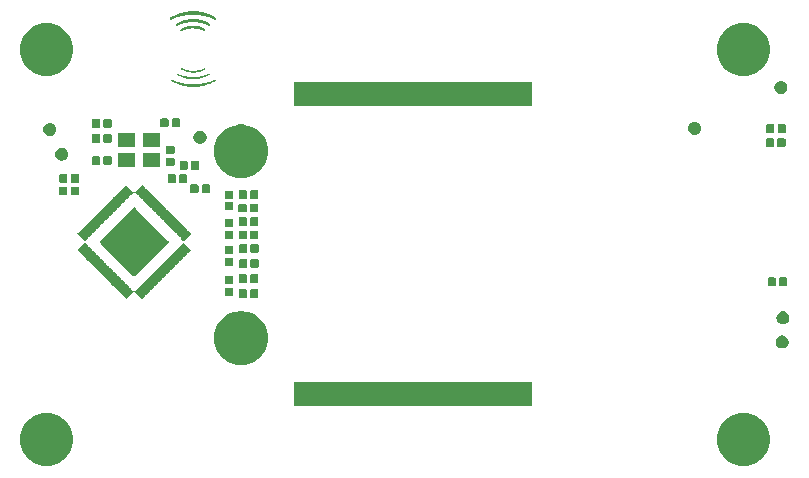
<source format=gbr>
G04 #@! TF.GenerationSoftware,KiCad,Pcbnew,(5.1.2)-2*
G04 #@! TF.CreationDate,2019-11-16T13:35:15-06:00*
G04 #@! TF.ProjectId,spi_control,7370695f-636f-46e7-9472-6f6c2e6b6963,rev?*
G04 #@! TF.SameCoordinates,Original*
G04 #@! TF.FileFunction,Soldermask,Top*
G04 #@! TF.FilePolarity,Negative*
%FSLAX46Y46*%
G04 Gerber Fmt 4.6, Leading zero omitted, Abs format (unit mm)*
G04 Created by KiCad (PCBNEW (5.1.2)-2) date 2019-11-16 13:35:15*
%MOMM*%
%LPD*%
G04 APERTURE LIST*
%ADD10C,0.101600*%
%ADD11C,0.127000*%
%ADD12C,0.100000*%
G04 APERTURE END LIST*
D10*
G36*
X71544427Y-62532110D02*
G01*
X71549566Y-62534060D01*
X71556761Y-62537054D01*
X71565513Y-62540881D01*
X71575323Y-62545330D01*
X71579596Y-62547315D01*
X71678634Y-62591920D01*
X71778783Y-62633628D01*
X71880115Y-62672458D01*
X71982704Y-62708427D01*
X72086623Y-62741551D01*
X72191943Y-62771847D01*
X72298737Y-62799333D01*
X72407078Y-62824026D01*
X72517038Y-62845942D01*
X72628691Y-62865100D01*
X72742109Y-62881515D01*
X72857363Y-62895206D01*
X72974528Y-62906189D01*
X73093675Y-62914482D01*
X73150306Y-62917451D01*
X73202198Y-62919553D01*
X73256785Y-62921121D01*
X73313417Y-62922157D01*
X73371446Y-62922663D01*
X73430222Y-62922638D01*
X73489095Y-62922085D01*
X73547416Y-62921004D01*
X73604536Y-62919397D01*
X73659806Y-62917264D01*
X73674393Y-62916595D01*
X73789904Y-62909783D01*
X73903326Y-62900401D01*
X74014815Y-62888410D01*
X74124530Y-62873773D01*
X74232629Y-62856452D01*
X74339269Y-62836409D01*
X74444608Y-62813607D01*
X74548804Y-62788009D01*
X74652015Y-62759575D01*
X74754398Y-62728270D01*
X74856112Y-62694055D01*
X74957314Y-62656892D01*
X75058162Y-62616744D01*
X75158814Y-62573574D01*
X75211579Y-62549710D01*
X75224290Y-62543903D01*
X75234317Y-62539435D01*
X75242025Y-62536166D01*
X75247776Y-62533956D01*
X75251934Y-62532666D01*
X75254862Y-62532155D01*
X75256874Y-62532273D01*
X75262498Y-62534953D01*
X75265898Y-62539501D01*
X75266881Y-62545073D01*
X75265252Y-62550824D01*
X75262075Y-62554863D01*
X75259386Y-62556805D01*
X75254072Y-62560185D01*
X75246473Y-62564810D01*
X75236927Y-62570482D01*
X75225777Y-62577006D01*
X75213361Y-62584188D01*
X75200021Y-62591830D01*
X75186096Y-62599738D01*
X75171926Y-62607716D01*
X75157852Y-62615569D01*
X75144213Y-62623100D01*
X75131350Y-62630114D01*
X75128966Y-62631403D01*
X75030165Y-62682798D01*
X74930078Y-62731083D01*
X74828772Y-62776238D01*
X74726312Y-62818244D01*
X74622765Y-62857084D01*
X74518198Y-62892738D01*
X74412676Y-62925187D01*
X74306266Y-62954413D01*
X74199034Y-62980397D01*
X74091048Y-63003120D01*
X73982372Y-63022564D01*
X73873074Y-63038709D01*
X73763219Y-63051538D01*
X73652875Y-63061031D01*
X73593113Y-63064764D01*
X73561796Y-63066261D01*
X73528191Y-63067502D01*
X73492978Y-63068479D01*
X73456835Y-63069185D01*
X73420443Y-63069613D01*
X73384480Y-63069756D01*
X73349626Y-63069607D01*
X73316559Y-63069158D01*
X73285960Y-63068403D01*
X73276460Y-63068083D01*
X73164581Y-63062389D01*
X73053591Y-63053433D01*
X72943434Y-63041204D01*
X72834056Y-63025693D01*
X72725401Y-63006890D01*
X72617415Y-62984785D01*
X72510043Y-62959367D01*
X72403230Y-62930628D01*
X72296922Y-62898558D01*
X72251146Y-62883673D01*
X72147389Y-62847421D01*
X72044520Y-62807920D01*
X71942649Y-62765219D01*
X71841882Y-62719366D01*
X71742328Y-62670406D01*
X71644095Y-62618389D01*
X71632233Y-62611850D01*
X71617654Y-62603728D01*
X71603245Y-62595605D01*
X71589332Y-62587671D01*
X71576243Y-62580121D01*
X71564307Y-62573145D01*
X71553851Y-62566936D01*
X71545201Y-62561686D01*
X71538687Y-62557587D01*
X71534635Y-62554833D01*
X71533596Y-62553981D01*
X71530350Y-62548631D01*
X71530076Y-62542627D01*
X71532756Y-62536904D01*
X71533943Y-62535569D01*
X71537853Y-62532700D01*
X71541659Y-62531418D01*
X71541842Y-62531413D01*
X71544427Y-62532110D01*
X71544427Y-62532110D01*
G37*
X71544427Y-62532110D02*
X71549566Y-62534060D01*
X71556761Y-62537054D01*
X71565513Y-62540881D01*
X71575323Y-62545330D01*
X71579596Y-62547315D01*
X71678634Y-62591920D01*
X71778783Y-62633628D01*
X71880115Y-62672458D01*
X71982704Y-62708427D01*
X72086623Y-62741551D01*
X72191943Y-62771847D01*
X72298737Y-62799333D01*
X72407078Y-62824026D01*
X72517038Y-62845942D01*
X72628691Y-62865100D01*
X72742109Y-62881515D01*
X72857363Y-62895206D01*
X72974528Y-62906189D01*
X73093675Y-62914482D01*
X73150306Y-62917451D01*
X73202198Y-62919553D01*
X73256785Y-62921121D01*
X73313417Y-62922157D01*
X73371446Y-62922663D01*
X73430222Y-62922638D01*
X73489095Y-62922085D01*
X73547416Y-62921004D01*
X73604536Y-62919397D01*
X73659806Y-62917264D01*
X73674393Y-62916595D01*
X73789904Y-62909783D01*
X73903326Y-62900401D01*
X74014815Y-62888410D01*
X74124530Y-62873773D01*
X74232629Y-62856452D01*
X74339269Y-62836409D01*
X74444608Y-62813607D01*
X74548804Y-62788009D01*
X74652015Y-62759575D01*
X74754398Y-62728270D01*
X74856112Y-62694055D01*
X74957314Y-62656892D01*
X75058162Y-62616744D01*
X75158814Y-62573574D01*
X75211579Y-62549710D01*
X75224290Y-62543903D01*
X75234317Y-62539435D01*
X75242025Y-62536166D01*
X75247776Y-62533956D01*
X75251934Y-62532666D01*
X75254862Y-62532155D01*
X75256874Y-62532273D01*
X75262498Y-62534953D01*
X75265898Y-62539501D01*
X75266881Y-62545073D01*
X75265252Y-62550824D01*
X75262075Y-62554863D01*
X75259386Y-62556805D01*
X75254072Y-62560185D01*
X75246473Y-62564810D01*
X75236927Y-62570482D01*
X75225777Y-62577006D01*
X75213361Y-62584188D01*
X75200021Y-62591830D01*
X75186096Y-62599738D01*
X75171926Y-62607716D01*
X75157852Y-62615569D01*
X75144213Y-62623100D01*
X75131350Y-62630114D01*
X75128966Y-62631403D01*
X75030165Y-62682798D01*
X74930078Y-62731083D01*
X74828772Y-62776238D01*
X74726312Y-62818244D01*
X74622765Y-62857084D01*
X74518198Y-62892738D01*
X74412676Y-62925187D01*
X74306266Y-62954413D01*
X74199034Y-62980397D01*
X74091048Y-63003120D01*
X73982372Y-63022564D01*
X73873074Y-63038709D01*
X73763219Y-63051538D01*
X73652875Y-63061031D01*
X73593113Y-63064764D01*
X73561796Y-63066261D01*
X73528191Y-63067502D01*
X73492978Y-63068479D01*
X73456835Y-63069185D01*
X73420443Y-63069613D01*
X73384480Y-63069756D01*
X73349626Y-63069607D01*
X73316559Y-63069158D01*
X73285960Y-63068403D01*
X73276460Y-63068083D01*
X73164581Y-63062389D01*
X73053591Y-63053433D01*
X72943434Y-63041204D01*
X72834056Y-63025693D01*
X72725401Y-63006890D01*
X72617415Y-62984785D01*
X72510043Y-62959367D01*
X72403230Y-62930628D01*
X72296922Y-62898558D01*
X72251146Y-62883673D01*
X72147389Y-62847421D01*
X72044520Y-62807920D01*
X71942649Y-62765219D01*
X71841882Y-62719366D01*
X71742328Y-62670406D01*
X71644095Y-62618389D01*
X71632233Y-62611850D01*
X71617654Y-62603728D01*
X71603245Y-62595605D01*
X71589332Y-62587671D01*
X71576243Y-62580121D01*
X71564307Y-62573145D01*
X71553851Y-62566936D01*
X71545201Y-62561686D01*
X71538687Y-62557587D01*
X71534635Y-62554833D01*
X71533596Y-62553981D01*
X71530350Y-62548631D01*
X71530076Y-62542627D01*
X71532756Y-62536904D01*
X71533943Y-62535569D01*
X71537853Y-62532700D01*
X71541659Y-62531418D01*
X71541842Y-62531413D01*
X71544427Y-62532110D01*
G36*
X72028686Y-62019013D02*
G01*
X72033559Y-62020910D01*
X72040494Y-62023814D01*
X72048988Y-62027512D01*
X72058536Y-62031791D01*
X72060959Y-62032895D01*
X72146373Y-62070319D01*
X72232437Y-62104790D01*
X72319342Y-62136361D01*
X72407276Y-62165084D01*
X72496429Y-62191013D01*
X72586990Y-62214199D01*
X72679150Y-62234697D01*
X72773096Y-62252559D01*
X72869019Y-62267838D01*
X72932713Y-62276434D01*
X73012311Y-62285394D01*
X73094311Y-62292613D01*
X73178207Y-62298084D01*
X73263493Y-62301803D01*
X73349663Y-62303765D01*
X73436210Y-62303962D01*
X73522630Y-62302390D01*
X73608415Y-62299044D01*
X73693060Y-62293918D01*
X73776059Y-62287006D01*
X73788693Y-62285779D01*
X73887808Y-62274425D01*
X73985358Y-62260121D01*
X74081515Y-62242818D01*
X74176457Y-62222470D01*
X74270358Y-62199031D01*
X74363394Y-62172453D01*
X74455739Y-62142690D01*
X74547570Y-62109695D01*
X74639061Y-62073420D01*
X74728001Y-62034898D01*
X74740918Y-62029127D01*
X74751134Y-62024741D01*
X74759001Y-62021665D01*
X74764874Y-62019823D01*
X74769106Y-62019138D01*
X74772049Y-62019533D01*
X74774058Y-62020934D01*
X74775486Y-62023262D01*
X74776011Y-62024535D01*
X74776759Y-62026724D01*
X74777058Y-62028714D01*
X74776665Y-62030683D01*
X74775339Y-62032808D01*
X74772836Y-62035268D01*
X74768915Y-62038239D01*
X74763334Y-62041900D01*
X74755850Y-62046426D01*
X74746221Y-62051997D01*
X74734205Y-62058789D01*
X74719560Y-62066980D01*
X74713381Y-62070426D01*
X74631713Y-62114058D01*
X74548117Y-62154988D01*
X74462807Y-62193141D01*
X74375995Y-62228439D01*
X74287895Y-62260805D01*
X74198719Y-62290162D01*
X74108681Y-62316434D01*
X74017995Y-62339543D01*
X73926872Y-62359412D01*
X73896220Y-62365343D01*
X73820724Y-62378412D01*
X73745383Y-62389335D01*
X73670662Y-62398063D01*
X73597028Y-62404547D01*
X73524949Y-62408738D01*
X73466960Y-62410435D01*
X73453362Y-62410655D01*
X73440436Y-62410881D01*
X73428684Y-62411102D01*
X73418610Y-62411309D01*
X73410717Y-62411492D01*
X73405510Y-62411640D01*
X73404306Y-62411687D01*
X73400383Y-62411756D01*
X73393551Y-62411758D01*
X73384287Y-62411697D01*
X73373068Y-62411577D01*
X73360371Y-62411405D01*
X73346674Y-62411184D01*
X73337420Y-62411015D01*
X73249480Y-62407816D01*
X73161039Y-62401536D01*
X73071805Y-62392153D01*
X73016533Y-62384849D01*
X72921731Y-62369663D01*
X72827773Y-62351199D01*
X72734696Y-62329470D01*
X72642540Y-62304487D01*
X72551341Y-62276263D01*
X72461140Y-62244810D01*
X72371974Y-62210139D01*
X72283882Y-62172263D01*
X72196901Y-62131194D01*
X72175793Y-62120661D01*
X72160668Y-62112962D01*
X72144881Y-62104798D01*
X72128755Y-62096346D01*
X72112612Y-62087781D01*
X72096774Y-62079282D01*
X72081564Y-62071023D01*
X72067303Y-62063182D01*
X72054314Y-62055934D01*
X72042918Y-62049457D01*
X72033439Y-62043926D01*
X72026199Y-62039519D01*
X72021519Y-62036412D01*
X72020430Y-62035567D01*
X72017960Y-62031597D01*
X72017827Y-62026810D01*
X72019655Y-62022296D01*
X72023067Y-62019146D01*
X72026379Y-62018333D01*
X72028686Y-62019013D01*
X72028686Y-62019013D01*
G37*
X72028686Y-62019013D02*
X72033559Y-62020910D01*
X72040494Y-62023814D01*
X72048988Y-62027512D01*
X72058536Y-62031791D01*
X72060959Y-62032895D01*
X72146373Y-62070319D01*
X72232437Y-62104790D01*
X72319342Y-62136361D01*
X72407276Y-62165084D01*
X72496429Y-62191013D01*
X72586990Y-62214199D01*
X72679150Y-62234697D01*
X72773096Y-62252559D01*
X72869019Y-62267838D01*
X72932713Y-62276434D01*
X73012311Y-62285394D01*
X73094311Y-62292613D01*
X73178207Y-62298084D01*
X73263493Y-62301803D01*
X73349663Y-62303765D01*
X73436210Y-62303962D01*
X73522630Y-62302390D01*
X73608415Y-62299044D01*
X73693060Y-62293918D01*
X73776059Y-62287006D01*
X73788693Y-62285779D01*
X73887808Y-62274425D01*
X73985358Y-62260121D01*
X74081515Y-62242818D01*
X74176457Y-62222470D01*
X74270358Y-62199031D01*
X74363394Y-62172453D01*
X74455739Y-62142690D01*
X74547570Y-62109695D01*
X74639061Y-62073420D01*
X74728001Y-62034898D01*
X74740918Y-62029127D01*
X74751134Y-62024741D01*
X74759001Y-62021665D01*
X74764874Y-62019823D01*
X74769106Y-62019138D01*
X74772049Y-62019533D01*
X74774058Y-62020934D01*
X74775486Y-62023262D01*
X74776011Y-62024535D01*
X74776759Y-62026724D01*
X74777058Y-62028714D01*
X74776665Y-62030683D01*
X74775339Y-62032808D01*
X74772836Y-62035268D01*
X74768915Y-62038239D01*
X74763334Y-62041900D01*
X74755850Y-62046426D01*
X74746221Y-62051997D01*
X74734205Y-62058789D01*
X74719560Y-62066980D01*
X74713381Y-62070426D01*
X74631713Y-62114058D01*
X74548117Y-62154988D01*
X74462807Y-62193141D01*
X74375995Y-62228439D01*
X74287895Y-62260805D01*
X74198719Y-62290162D01*
X74108681Y-62316434D01*
X74017995Y-62339543D01*
X73926872Y-62359412D01*
X73896220Y-62365343D01*
X73820724Y-62378412D01*
X73745383Y-62389335D01*
X73670662Y-62398063D01*
X73597028Y-62404547D01*
X73524949Y-62408738D01*
X73466960Y-62410435D01*
X73453362Y-62410655D01*
X73440436Y-62410881D01*
X73428684Y-62411102D01*
X73418610Y-62411309D01*
X73410717Y-62411492D01*
X73405510Y-62411640D01*
X73404306Y-62411687D01*
X73400383Y-62411756D01*
X73393551Y-62411758D01*
X73384287Y-62411697D01*
X73373068Y-62411577D01*
X73360371Y-62411405D01*
X73346674Y-62411184D01*
X73337420Y-62411015D01*
X73249480Y-62407816D01*
X73161039Y-62401536D01*
X73071805Y-62392153D01*
X73016533Y-62384849D01*
X72921731Y-62369663D01*
X72827773Y-62351199D01*
X72734696Y-62329470D01*
X72642540Y-62304487D01*
X72551341Y-62276263D01*
X72461140Y-62244810D01*
X72371974Y-62210139D01*
X72283882Y-62172263D01*
X72196901Y-62131194D01*
X72175793Y-62120661D01*
X72160668Y-62112962D01*
X72144881Y-62104798D01*
X72128755Y-62096346D01*
X72112612Y-62087781D01*
X72096774Y-62079282D01*
X72081564Y-62071023D01*
X72067303Y-62063182D01*
X72054314Y-62055934D01*
X72042918Y-62049457D01*
X72033439Y-62043926D01*
X72026199Y-62039519D01*
X72021519Y-62036412D01*
X72020430Y-62035567D01*
X72017960Y-62031597D01*
X72017827Y-62026810D01*
X72019655Y-62022296D01*
X72023067Y-62019146D01*
X72026379Y-62018333D01*
X72028686Y-62019013D01*
G36*
X74370270Y-61577422D02*
G01*
X74373834Y-61580371D01*
X74375653Y-61584907D01*
X74375433Y-61588226D01*
X74373509Y-61590307D01*
X74368809Y-61593681D01*
X74361620Y-61598198D01*
X74352228Y-61603707D01*
X74340921Y-61610061D01*
X74327986Y-61617107D01*
X74313711Y-61624697D01*
X74298382Y-61632680D01*
X74282287Y-61640906D01*
X74265713Y-61649226D01*
X74248948Y-61657490D01*
X74232278Y-61665547D01*
X74215990Y-61673248D01*
X74200372Y-61680443D01*
X74189166Y-61685463D01*
X74118962Y-61714847D01*
X74047554Y-61741544D01*
X73975195Y-61765499D01*
X73902137Y-61786652D01*
X73828634Y-61804947D01*
X73754937Y-61820327D01*
X73681301Y-61832733D01*
X73607977Y-61842108D01*
X73535219Y-61848395D01*
X73463280Y-61851536D01*
X73458493Y-61851633D01*
X73445999Y-61851877D01*
X73434182Y-61852128D01*
X73423600Y-61852372D01*
X73414811Y-61852596D01*
X73408372Y-61852787D01*
X73405153Y-61852913D01*
X73401290Y-61852987D01*
X73394559Y-61852977D01*
X73385475Y-61852891D01*
X73374557Y-61852734D01*
X73362320Y-61852513D01*
X73349282Y-61852235D01*
X73346733Y-61852176D01*
X73267207Y-61848612D01*
X73187804Y-61841697D01*
X73108665Y-61831467D01*
X73029930Y-61817955D01*
X72951739Y-61801199D01*
X72874232Y-61781233D01*
X72797551Y-61758092D01*
X72721834Y-61731812D01*
X72647224Y-61702429D01*
X72573860Y-61669977D01*
X72520386Y-61643974D01*
X72504252Y-61635741D01*
X72488749Y-61627685D01*
X72474167Y-61619966D01*
X72460794Y-61612745D01*
X72448920Y-61606181D01*
X72438834Y-61600436D01*
X72430824Y-61595670D01*
X72425181Y-61592043D01*
X72422192Y-61589715D01*
X72421854Y-61589290D01*
X72421054Y-61584792D01*
X72422882Y-61580384D01*
X72425635Y-61578026D01*
X72427275Y-61577702D01*
X72430018Y-61578114D01*
X72434224Y-61579389D01*
X72440253Y-61581660D01*
X72448466Y-61585055D01*
X72459224Y-61589705D01*
X72464891Y-61592197D01*
X72538518Y-61623029D01*
X72613092Y-61650921D01*
X72688752Y-61675907D01*
X72765635Y-61698018D01*
X72843880Y-61717290D01*
X72923623Y-61733754D01*
X73005003Y-61747445D01*
X73088158Y-61758394D01*
X73173226Y-61766636D01*
X73197720Y-61768485D01*
X73249527Y-61771576D01*
X73303735Y-61773714D01*
X73359490Y-61774900D01*
X73415944Y-61775133D01*
X73472245Y-61774413D01*
X73527542Y-61772741D01*
X73580985Y-61770117D01*
X73605813Y-61768512D01*
X73689591Y-61761243D01*
X73771475Y-61751275D01*
X73851685Y-61738557D01*
X73930444Y-61723033D01*
X74007973Y-61704650D01*
X74084495Y-61683353D01*
X74160231Y-61659090D01*
X74235404Y-61631805D01*
X74310235Y-61601445D01*
X74332635Y-61591736D01*
X74343685Y-61586974D01*
X74353333Y-61583008D01*
X74361187Y-61579988D01*
X74366854Y-61578062D01*
X74369943Y-61577380D01*
X74370270Y-61577422D01*
X74370270Y-61577422D01*
G37*
X74370270Y-61577422D02*
X74373834Y-61580371D01*
X74375653Y-61584907D01*
X74375433Y-61588226D01*
X74373509Y-61590307D01*
X74368809Y-61593681D01*
X74361620Y-61598198D01*
X74352228Y-61603707D01*
X74340921Y-61610061D01*
X74327986Y-61617107D01*
X74313711Y-61624697D01*
X74298382Y-61632680D01*
X74282287Y-61640906D01*
X74265713Y-61649226D01*
X74248948Y-61657490D01*
X74232278Y-61665547D01*
X74215990Y-61673248D01*
X74200372Y-61680443D01*
X74189166Y-61685463D01*
X74118962Y-61714847D01*
X74047554Y-61741544D01*
X73975195Y-61765499D01*
X73902137Y-61786652D01*
X73828634Y-61804947D01*
X73754937Y-61820327D01*
X73681301Y-61832733D01*
X73607977Y-61842108D01*
X73535219Y-61848395D01*
X73463280Y-61851536D01*
X73458493Y-61851633D01*
X73445999Y-61851877D01*
X73434182Y-61852128D01*
X73423600Y-61852372D01*
X73414811Y-61852596D01*
X73408372Y-61852787D01*
X73405153Y-61852913D01*
X73401290Y-61852987D01*
X73394559Y-61852977D01*
X73385475Y-61852891D01*
X73374557Y-61852734D01*
X73362320Y-61852513D01*
X73349282Y-61852235D01*
X73346733Y-61852176D01*
X73267207Y-61848612D01*
X73187804Y-61841697D01*
X73108665Y-61831467D01*
X73029930Y-61817955D01*
X72951739Y-61801199D01*
X72874232Y-61781233D01*
X72797551Y-61758092D01*
X72721834Y-61731812D01*
X72647224Y-61702429D01*
X72573860Y-61669977D01*
X72520386Y-61643974D01*
X72504252Y-61635741D01*
X72488749Y-61627685D01*
X72474167Y-61619966D01*
X72460794Y-61612745D01*
X72448920Y-61606181D01*
X72438834Y-61600436D01*
X72430824Y-61595670D01*
X72425181Y-61592043D01*
X72422192Y-61589715D01*
X72421854Y-61589290D01*
X72421054Y-61584792D01*
X72422882Y-61580384D01*
X72425635Y-61578026D01*
X72427275Y-61577702D01*
X72430018Y-61578114D01*
X72434224Y-61579389D01*
X72440253Y-61581660D01*
X72448466Y-61585055D01*
X72459224Y-61589705D01*
X72464891Y-61592197D01*
X72538518Y-61623029D01*
X72613092Y-61650921D01*
X72688752Y-61675907D01*
X72765635Y-61698018D01*
X72843880Y-61717290D01*
X72923623Y-61733754D01*
X73005003Y-61747445D01*
X73088158Y-61758394D01*
X73173226Y-61766636D01*
X73197720Y-61768485D01*
X73249527Y-61771576D01*
X73303735Y-61773714D01*
X73359490Y-61774900D01*
X73415944Y-61775133D01*
X73472245Y-61774413D01*
X73527542Y-61772741D01*
X73580985Y-61770117D01*
X73605813Y-61768512D01*
X73689591Y-61761243D01*
X73771475Y-61751275D01*
X73851685Y-61738557D01*
X73930444Y-61723033D01*
X74007973Y-61704650D01*
X74084495Y-61683353D01*
X74160231Y-61659090D01*
X74235404Y-61631805D01*
X74310235Y-61601445D01*
X74332635Y-61591736D01*
X74343685Y-61586974D01*
X74353333Y-61583008D01*
X74361187Y-61579988D01*
X74366854Y-61578062D01*
X74369943Y-61577380D01*
X74370270Y-61577422D01*
D11*
G36*
X73422673Y-58039889D02*
G01*
X73443203Y-58039974D01*
X73461289Y-58040133D01*
X73477399Y-58040385D01*
X73492005Y-58040748D01*
X73505578Y-58041241D01*
X73518587Y-58041880D01*
X73531504Y-58042684D01*
X73544798Y-58043672D01*
X73558941Y-58044860D01*
X73574403Y-58046268D01*
X73579566Y-58046754D01*
X73660721Y-58056135D01*
X73741174Y-58068827D01*
X73820873Y-58084815D01*
X73899767Y-58104087D01*
X73977803Y-58126628D01*
X74054931Y-58152426D01*
X74131097Y-58181466D01*
X74186693Y-58204983D01*
X74200197Y-58211062D01*
X74215087Y-58217983D01*
X74231007Y-58225562D01*
X74247599Y-58233618D01*
X74264506Y-58241968D01*
X74281373Y-58250429D01*
X74297842Y-58258819D01*
X74313556Y-58266956D01*
X74328158Y-58274657D01*
X74341292Y-58281739D01*
X74352601Y-58288020D01*
X74361728Y-58293318D01*
X74368316Y-58297450D01*
X74370475Y-58298968D01*
X74373646Y-58302121D01*
X74374112Y-58305247D01*
X74373910Y-58306009D01*
X74371923Y-58309339D01*
X74370212Y-58310599D01*
X74367891Y-58310252D01*
X74363066Y-58308673D01*
X74356294Y-58306076D01*
X74348135Y-58302672D01*
X74341187Y-58299601D01*
X74269469Y-58268944D01*
X74195740Y-58240941D01*
X74120137Y-58215629D01*
X74042798Y-58193043D01*
X73963858Y-58173218D01*
X73883454Y-58156189D01*
X73801722Y-58141993D01*
X73718799Y-58130665D01*
X73670160Y-58125417D01*
X73636324Y-58122293D01*
X73603931Y-58119679D01*
X73572303Y-58117545D01*
X73540768Y-58115860D01*
X73508649Y-58114593D01*
X73475272Y-58113714D01*
X73439962Y-58113192D01*
X73402043Y-58112996D01*
X73396686Y-58112992D01*
X73340217Y-58113382D01*
X73286544Y-58114586D01*
X73235169Y-58116642D01*
X73185591Y-58119589D01*
X73137311Y-58123465D01*
X73089829Y-58128307D01*
X73042647Y-58134153D01*
X72995263Y-58141042D01*
X72966580Y-58145683D01*
X72895251Y-58158823D01*
X72825470Y-58174102D01*
X72756785Y-58191658D01*
X72688745Y-58211630D01*
X72620898Y-58234154D01*
X72552793Y-58259371D01*
X72483978Y-58287417D01*
X72438635Y-58307238D01*
X72433017Y-58309754D01*
X72429668Y-58311064D01*
X72427732Y-58311273D01*
X72426357Y-58310489D01*
X72424834Y-58308965D01*
X72422963Y-58306855D01*
X72422097Y-58304919D01*
X72422517Y-58302904D01*
X72424504Y-58300558D01*
X72428339Y-58297631D01*
X72434302Y-58293870D01*
X72442675Y-58289024D01*
X72453737Y-58282840D01*
X72454346Y-58282502D01*
X72525868Y-58244762D01*
X72598818Y-58210072D01*
X72673085Y-58178468D01*
X72748557Y-58149988D01*
X72825124Y-58124666D01*
X72902675Y-58102540D01*
X72981099Y-58083645D01*
X73060285Y-58068019D01*
X73140122Y-58055697D01*
X73150306Y-58054370D01*
X73174411Y-58051368D01*
X73196489Y-58048794D01*
X73217069Y-58046618D01*
X73236675Y-58044810D01*
X73255833Y-58043338D01*
X73275071Y-58042173D01*
X73294913Y-58041283D01*
X73315887Y-58040638D01*
X73338518Y-58040208D01*
X73363332Y-58039960D01*
X73390856Y-58039866D01*
X73399226Y-58039863D01*
X73422673Y-58039889D01*
X73422673Y-58039889D01*
G37*
X73422673Y-58039889D02*
X73443203Y-58039974D01*
X73461289Y-58040133D01*
X73477399Y-58040385D01*
X73492005Y-58040748D01*
X73505578Y-58041241D01*
X73518587Y-58041880D01*
X73531504Y-58042684D01*
X73544798Y-58043672D01*
X73558941Y-58044860D01*
X73574403Y-58046268D01*
X73579566Y-58046754D01*
X73660721Y-58056135D01*
X73741174Y-58068827D01*
X73820873Y-58084815D01*
X73899767Y-58104087D01*
X73977803Y-58126628D01*
X74054931Y-58152426D01*
X74131097Y-58181466D01*
X74186693Y-58204983D01*
X74200197Y-58211062D01*
X74215087Y-58217983D01*
X74231007Y-58225562D01*
X74247599Y-58233618D01*
X74264506Y-58241968D01*
X74281373Y-58250429D01*
X74297842Y-58258819D01*
X74313556Y-58266956D01*
X74328158Y-58274657D01*
X74341292Y-58281739D01*
X74352601Y-58288020D01*
X74361728Y-58293318D01*
X74368316Y-58297450D01*
X74370475Y-58298968D01*
X74373646Y-58302121D01*
X74374112Y-58305247D01*
X74373910Y-58306009D01*
X74371923Y-58309339D01*
X74370212Y-58310599D01*
X74367891Y-58310252D01*
X74363066Y-58308673D01*
X74356294Y-58306076D01*
X74348135Y-58302672D01*
X74341187Y-58299601D01*
X74269469Y-58268944D01*
X74195740Y-58240941D01*
X74120137Y-58215629D01*
X74042798Y-58193043D01*
X73963858Y-58173218D01*
X73883454Y-58156189D01*
X73801722Y-58141993D01*
X73718799Y-58130665D01*
X73670160Y-58125417D01*
X73636324Y-58122293D01*
X73603931Y-58119679D01*
X73572303Y-58117545D01*
X73540768Y-58115860D01*
X73508649Y-58114593D01*
X73475272Y-58113714D01*
X73439962Y-58113192D01*
X73402043Y-58112996D01*
X73396686Y-58112992D01*
X73340217Y-58113382D01*
X73286544Y-58114586D01*
X73235169Y-58116642D01*
X73185591Y-58119589D01*
X73137311Y-58123465D01*
X73089829Y-58128307D01*
X73042647Y-58134153D01*
X72995263Y-58141042D01*
X72966580Y-58145683D01*
X72895251Y-58158823D01*
X72825470Y-58174102D01*
X72756785Y-58191658D01*
X72688745Y-58211630D01*
X72620898Y-58234154D01*
X72552793Y-58259371D01*
X72483978Y-58287417D01*
X72438635Y-58307238D01*
X72433017Y-58309754D01*
X72429668Y-58311064D01*
X72427732Y-58311273D01*
X72426357Y-58310489D01*
X72424834Y-58308965D01*
X72422963Y-58306855D01*
X72422097Y-58304919D01*
X72422517Y-58302904D01*
X72424504Y-58300558D01*
X72428339Y-58297631D01*
X72434302Y-58293870D01*
X72442675Y-58289024D01*
X72453737Y-58282840D01*
X72454346Y-58282502D01*
X72525868Y-58244762D01*
X72598818Y-58210072D01*
X72673085Y-58178468D01*
X72748557Y-58149988D01*
X72825124Y-58124666D01*
X72902675Y-58102540D01*
X72981099Y-58083645D01*
X73060285Y-58068019D01*
X73140122Y-58055697D01*
X73150306Y-58054370D01*
X73174411Y-58051368D01*
X73196489Y-58048794D01*
X73217069Y-58046618D01*
X73236675Y-58044810D01*
X73255833Y-58043338D01*
X73275071Y-58042173D01*
X73294913Y-58041283D01*
X73315887Y-58040638D01*
X73338518Y-58040208D01*
X73363332Y-58039960D01*
X73390856Y-58039866D01*
X73399226Y-58039863D01*
X73422673Y-58039889D01*
G36*
X73428647Y-57479435D02*
G01*
X73452604Y-57479532D01*
X73474098Y-57479710D01*
X73493590Y-57479987D01*
X73511542Y-57480382D01*
X73528416Y-57480914D01*
X73544674Y-57481603D01*
X73560777Y-57482467D01*
X73577186Y-57483525D01*
X73594365Y-57484797D01*
X73612773Y-57486300D01*
X73632873Y-57488055D01*
X73649840Y-57489593D01*
X73743893Y-57499917D01*
X73837555Y-57513583D01*
X73930721Y-57530560D01*
X74023289Y-57550815D01*
X74115154Y-57574316D01*
X74206215Y-57601032D01*
X74296367Y-57630930D01*
X74385507Y-57663978D01*
X74473533Y-57700145D01*
X74560342Y-57739399D01*
X74645829Y-57781706D01*
X74719180Y-57821047D01*
X74734122Y-57829382D01*
X74746356Y-57836279D01*
X74756152Y-57841911D01*
X74763778Y-57846456D01*
X74769504Y-57850088D01*
X74773598Y-57852984D01*
X74776330Y-57855318D01*
X74777969Y-57857268D01*
X74778784Y-57859007D01*
X74778996Y-57860079D01*
X74778289Y-57865077D01*
X74775558Y-57869185D01*
X74771630Y-57871280D01*
X74770690Y-57871360D01*
X74768240Y-57870669D01*
X74763288Y-57868752D01*
X74756385Y-57865841D01*
X74748085Y-57862168D01*
X74740049Y-57858484D01*
X74655585Y-57820963D01*
X74569135Y-57786150D01*
X74480770Y-57754065D01*
X74390559Y-57724725D01*
X74298574Y-57698147D01*
X74204885Y-57674351D01*
X74109563Y-57653354D01*
X74012677Y-57635174D01*
X73914299Y-57619830D01*
X73814499Y-57607339D01*
X73726886Y-57598833D01*
X73694293Y-57596195D01*
X73663203Y-57593917D01*
X73633088Y-57591979D01*
X73603418Y-57590360D01*
X73573665Y-57589041D01*
X73543298Y-57588000D01*
X73511789Y-57587218D01*
X73478608Y-57586675D01*
X73443226Y-57586351D01*
X73405113Y-57586225D01*
X73395840Y-57586222D01*
X73348463Y-57586390D01*
X73303936Y-57586891D01*
X73261734Y-57587752D01*
X73221334Y-57588995D01*
X73182213Y-57590645D01*
X73143846Y-57592727D01*
X73105711Y-57595265D01*
X73067284Y-57598284D01*
X73028041Y-57601807D01*
X72997906Y-57604781D01*
X72897149Y-57616715D01*
X72797603Y-57631809D01*
X72699238Y-57650069D01*
X72602022Y-57671506D01*
X72505925Y-57696126D01*
X72410916Y-57723939D01*
X72316964Y-57754953D01*
X72224038Y-57789175D01*
X72132108Y-57826616D01*
X72058240Y-57859358D01*
X72049422Y-57863337D01*
X72041531Y-57866759D01*
X72035140Y-57869386D01*
X72030820Y-57870982D01*
X72029293Y-57871360D01*
X72026003Y-57870180D01*
X72023655Y-57868263D01*
X72021248Y-57863537D01*
X72021288Y-57858339D01*
X72023759Y-57854080D01*
X72023816Y-57854029D01*
X72026129Y-57852439D01*
X72030915Y-57849478D01*
X72037693Y-57845431D01*
X72045983Y-57840583D01*
X72055306Y-57835220D01*
X72058602Y-57833343D01*
X72143022Y-57787341D01*
X72228862Y-57744395D01*
X72316043Y-57704535D01*
X72404487Y-57667793D01*
X72494114Y-57634199D01*
X72584847Y-57603784D01*
X72676607Y-57576580D01*
X72769314Y-57552617D01*
X72781343Y-57549762D01*
X72874565Y-57529565D01*
X72968071Y-57512702D01*
X73061758Y-57499189D01*
X73155528Y-57489041D01*
X73188406Y-57486282D01*
X73206351Y-57484910D01*
X73222497Y-57483730D01*
X73237284Y-57482729D01*
X73251151Y-57481891D01*
X73264537Y-57481204D01*
X73277882Y-57480652D01*
X73291624Y-57480222D01*
X73306204Y-57479899D01*
X73322061Y-57479670D01*
X73339634Y-57479520D01*
X73359362Y-57479434D01*
X73381685Y-57479400D01*
X73401766Y-57479399D01*
X73428647Y-57479435D01*
X73428647Y-57479435D01*
G37*
X73428647Y-57479435D02*
X73452604Y-57479532D01*
X73474098Y-57479710D01*
X73493590Y-57479987D01*
X73511542Y-57480382D01*
X73528416Y-57480914D01*
X73544674Y-57481603D01*
X73560777Y-57482467D01*
X73577186Y-57483525D01*
X73594365Y-57484797D01*
X73612773Y-57486300D01*
X73632873Y-57488055D01*
X73649840Y-57489593D01*
X73743893Y-57499917D01*
X73837555Y-57513583D01*
X73930721Y-57530560D01*
X74023289Y-57550815D01*
X74115154Y-57574316D01*
X74206215Y-57601032D01*
X74296367Y-57630930D01*
X74385507Y-57663978D01*
X74473533Y-57700145D01*
X74560342Y-57739399D01*
X74645829Y-57781706D01*
X74719180Y-57821047D01*
X74734122Y-57829382D01*
X74746356Y-57836279D01*
X74756152Y-57841911D01*
X74763778Y-57846456D01*
X74769504Y-57850088D01*
X74773598Y-57852984D01*
X74776330Y-57855318D01*
X74777969Y-57857268D01*
X74778784Y-57859007D01*
X74778996Y-57860079D01*
X74778289Y-57865077D01*
X74775558Y-57869185D01*
X74771630Y-57871280D01*
X74770690Y-57871360D01*
X74768240Y-57870669D01*
X74763288Y-57868752D01*
X74756385Y-57865841D01*
X74748085Y-57862168D01*
X74740049Y-57858484D01*
X74655585Y-57820963D01*
X74569135Y-57786150D01*
X74480770Y-57754065D01*
X74390559Y-57724725D01*
X74298574Y-57698147D01*
X74204885Y-57674351D01*
X74109563Y-57653354D01*
X74012677Y-57635174D01*
X73914299Y-57619830D01*
X73814499Y-57607339D01*
X73726886Y-57598833D01*
X73694293Y-57596195D01*
X73663203Y-57593917D01*
X73633088Y-57591979D01*
X73603418Y-57590360D01*
X73573665Y-57589041D01*
X73543298Y-57588000D01*
X73511789Y-57587218D01*
X73478608Y-57586675D01*
X73443226Y-57586351D01*
X73405113Y-57586225D01*
X73395840Y-57586222D01*
X73348463Y-57586390D01*
X73303936Y-57586891D01*
X73261734Y-57587752D01*
X73221334Y-57588995D01*
X73182213Y-57590645D01*
X73143846Y-57592727D01*
X73105711Y-57595265D01*
X73067284Y-57598284D01*
X73028041Y-57601807D01*
X72997906Y-57604781D01*
X72897149Y-57616715D01*
X72797603Y-57631809D01*
X72699238Y-57650069D01*
X72602022Y-57671506D01*
X72505925Y-57696126D01*
X72410916Y-57723939D01*
X72316964Y-57754953D01*
X72224038Y-57789175D01*
X72132108Y-57826616D01*
X72058240Y-57859358D01*
X72049422Y-57863337D01*
X72041531Y-57866759D01*
X72035140Y-57869386D01*
X72030820Y-57870982D01*
X72029293Y-57871360D01*
X72026003Y-57870180D01*
X72023655Y-57868263D01*
X72021248Y-57863537D01*
X72021288Y-57858339D01*
X72023759Y-57854080D01*
X72023816Y-57854029D01*
X72026129Y-57852439D01*
X72030915Y-57849478D01*
X72037693Y-57845431D01*
X72045983Y-57840583D01*
X72055306Y-57835220D01*
X72058602Y-57833343D01*
X72143022Y-57787341D01*
X72228862Y-57744395D01*
X72316043Y-57704535D01*
X72404487Y-57667793D01*
X72494114Y-57634199D01*
X72584847Y-57603784D01*
X72676607Y-57576580D01*
X72769314Y-57552617D01*
X72781343Y-57549762D01*
X72874565Y-57529565D01*
X72968071Y-57512702D01*
X73061758Y-57499189D01*
X73155528Y-57489041D01*
X73188406Y-57486282D01*
X73206351Y-57484910D01*
X73222497Y-57483730D01*
X73237284Y-57482729D01*
X73251151Y-57481891D01*
X73264537Y-57481204D01*
X73277882Y-57480652D01*
X73291624Y-57480222D01*
X73306204Y-57479899D01*
X73322061Y-57479670D01*
X73339634Y-57479520D01*
X73359362Y-57479434D01*
X73381685Y-57479400D01*
X73401766Y-57479399D01*
X73428647Y-57479435D01*
G36*
X73456668Y-56820381D02*
G01*
X73566617Y-56823841D01*
X73676641Y-56830651D01*
X73786672Y-56840827D01*
X73839493Y-56846914D01*
X73949058Y-56862053D01*
X74058027Y-56880512D01*
X74166323Y-56902265D01*
X74273868Y-56927286D01*
X74380582Y-56955548D01*
X74486389Y-56987024D01*
X74591210Y-57021688D01*
X74694966Y-57059514D01*
X74797580Y-57100475D01*
X74898973Y-57144544D01*
X74999067Y-57191695D01*
X75097783Y-57241901D01*
X75195045Y-57295137D01*
X75242039Y-57322255D01*
X75249814Y-57326958D01*
X75256582Y-57331310D01*
X75261775Y-57334928D01*
X75264823Y-57337425D01*
X75265322Y-57338039D01*
X75266820Y-57344026D01*
X75265470Y-57349901D01*
X75261709Y-57354729D01*
X75256173Y-57357532D01*
X75253727Y-57357364D01*
X75249278Y-57356037D01*
X75242606Y-57353465D01*
X75233492Y-57349560D01*
X75221717Y-57344232D01*
X75213755Y-57340538D01*
X75112135Y-57294896D01*
X75009050Y-57252246D01*
X74904484Y-57212584D01*
X74798419Y-57175905D01*
X74690838Y-57142207D01*
X74581723Y-57111484D01*
X74471058Y-57083732D01*
X74358824Y-57058947D01*
X74245006Y-57037125D01*
X74129585Y-57018262D01*
X74012544Y-57002354D01*
X73893866Y-56989396D01*
X73773535Y-56979384D01*
X73701486Y-56974843D01*
X73680964Y-56973714D01*
X73662151Y-56972715D01*
X73644699Y-56971838D01*
X73628259Y-56971075D01*
X73612485Y-56970418D01*
X73597028Y-56969859D01*
X73581539Y-56969391D01*
X73565672Y-56969006D01*
X73549077Y-56968696D01*
X73531407Y-56968454D01*
X73512313Y-56968270D01*
X73491448Y-56968139D01*
X73468463Y-56968051D01*
X73443011Y-56967999D01*
X73414743Y-56967975D01*
X73394993Y-56967971D01*
X73363925Y-56967982D01*
X73335893Y-56968020D01*
X73310550Y-56968094D01*
X73287545Y-56968211D01*
X73266530Y-56968379D01*
X73247153Y-56968606D01*
X73229067Y-56968898D01*
X73211922Y-56969265D01*
X73195369Y-56969713D01*
X73179057Y-56970250D01*
X73162638Y-56970885D01*
X73145762Y-56971623D01*
X73128081Y-56972475D01*
X73109243Y-56973446D01*
X73088901Y-56974544D01*
X73084266Y-56974800D01*
X72969907Y-56982431D01*
X72857668Y-56992595D01*
X72747372Y-57005333D01*
X72638842Y-57020688D01*
X72531901Y-57038705D01*
X72426371Y-57059425D01*
X72322077Y-57082892D01*
X72218840Y-57109149D01*
X72116484Y-57138239D01*
X72014832Y-57170206D01*
X71913707Y-57205091D01*
X71812931Y-57242939D01*
X71712327Y-57283792D01*
X71611720Y-57327693D01*
X71586846Y-57339012D01*
X71575718Y-57344082D01*
X71565549Y-57348649D01*
X71556759Y-57352530D01*
X71549765Y-57355542D01*
X71544988Y-57357502D01*
X71542846Y-57358227D01*
X71542819Y-57358228D01*
X71539811Y-57357396D01*
X71537406Y-57356234D01*
X71532193Y-57351662D01*
X71529882Y-57345935D01*
X71530682Y-57339691D01*
X71531468Y-57337981D01*
X71533372Y-57336253D01*
X71537780Y-57333139D01*
X71544251Y-57328925D01*
X71552343Y-57323895D01*
X71561613Y-57318332D01*
X71566605Y-57315408D01*
X71663765Y-57260910D01*
X71762205Y-57209513D01*
X71861858Y-57161233D01*
X71962658Y-57116083D01*
X72064536Y-57074077D01*
X72167427Y-57035228D01*
X72271263Y-56999552D01*
X72375977Y-56967060D01*
X72481502Y-56937768D01*
X72587771Y-56911689D01*
X72694717Y-56888836D01*
X72802274Y-56869225D01*
X72910373Y-56852867D01*
X73018948Y-56839778D01*
X73127932Y-56829972D01*
X73237258Y-56823460D01*
X73346859Y-56820259D01*
X73456668Y-56820381D01*
X73456668Y-56820381D01*
G37*
X73456668Y-56820381D02*
X73566617Y-56823841D01*
X73676641Y-56830651D01*
X73786672Y-56840827D01*
X73839493Y-56846914D01*
X73949058Y-56862053D01*
X74058027Y-56880512D01*
X74166323Y-56902265D01*
X74273868Y-56927286D01*
X74380582Y-56955548D01*
X74486389Y-56987024D01*
X74591210Y-57021688D01*
X74694966Y-57059514D01*
X74797580Y-57100475D01*
X74898973Y-57144544D01*
X74999067Y-57191695D01*
X75097783Y-57241901D01*
X75195045Y-57295137D01*
X75242039Y-57322255D01*
X75249814Y-57326958D01*
X75256582Y-57331310D01*
X75261775Y-57334928D01*
X75264823Y-57337425D01*
X75265322Y-57338039D01*
X75266820Y-57344026D01*
X75265470Y-57349901D01*
X75261709Y-57354729D01*
X75256173Y-57357532D01*
X75253727Y-57357364D01*
X75249278Y-57356037D01*
X75242606Y-57353465D01*
X75233492Y-57349560D01*
X75221717Y-57344232D01*
X75213755Y-57340538D01*
X75112135Y-57294896D01*
X75009050Y-57252246D01*
X74904484Y-57212584D01*
X74798419Y-57175905D01*
X74690838Y-57142207D01*
X74581723Y-57111484D01*
X74471058Y-57083732D01*
X74358824Y-57058947D01*
X74245006Y-57037125D01*
X74129585Y-57018262D01*
X74012544Y-57002354D01*
X73893866Y-56989396D01*
X73773535Y-56979384D01*
X73701486Y-56974843D01*
X73680964Y-56973714D01*
X73662151Y-56972715D01*
X73644699Y-56971838D01*
X73628259Y-56971075D01*
X73612485Y-56970418D01*
X73597028Y-56969859D01*
X73581539Y-56969391D01*
X73565672Y-56969006D01*
X73549077Y-56968696D01*
X73531407Y-56968454D01*
X73512313Y-56968270D01*
X73491448Y-56968139D01*
X73468463Y-56968051D01*
X73443011Y-56967999D01*
X73414743Y-56967975D01*
X73394993Y-56967971D01*
X73363925Y-56967982D01*
X73335893Y-56968020D01*
X73310550Y-56968094D01*
X73287545Y-56968211D01*
X73266530Y-56968379D01*
X73247153Y-56968606D01*
X73229067Y-56968898D01*
X73211922Y-56969265D01*
X73195369Y-56969713D01*
X73179057Y-56970250D01*
X73162638Y-56970885D01*
X73145762Y-56971623D01*
X73128081Y-56972475D01*
X73109243Y-56973446D01*
X73088901Y-56974544D01*
X73084266Y-56974800D01*
X72969907Y-56982431D01*
X72857668Y-56992595D01*
X72747372Y-57005333D01*
X72638842Y-57020688D01*
X72531901Y-57038705D01*
X72426371Y-57059425D01*
X72322077Y-57082892D01*
X72218840Y-57109149D01*
X72116484Y-57138239D01*
X72014832Y-57170206D01*
X71913707Y-57205091D01*
X71812931Y-57242939D01*
X71712327Y-57283792D01*
X71611720Y-57327693D01*
X71586846Y-57339012D01*
X71575718Y-57344082D01*
X71565549Y-57348649D01*
X71556759Y-57352530D01*
X71549765Y-57355542D01*
X71544988Y-57357502D01*
X71542846Y-57358227D01*
X71542819Y-57358228D01*
X71539811Y-57357396D01*
X71537406Y-57356234D01*
X71532193Y-57351662D01*
X71529882Y-57345935D01*
X71530682Y-57339691D01*
X71531468Y-57337981D01*
X71533372Y-57336253D01*
X71537780Y-57333139D01*
X71544251Y-57328925D01*
X71552343Y-57323895D01*
X71561613Y-57318332D01*
X71566605Y-57315408D01*
X71663765Y-57260910D01*
X71762205Y-57209513D01*
X71861858Y-57161233D01*
X71962658Y-57116083D01*
X72064536Y-57074077D01*
X72167427Y-57035228D01*
X72271263Y-56999552D01*
X72375977Y-56967060D01*
X72481502Y-56937768D01*
X72587771Y-56911689D01*
X72694717Y-56888836D01*
X72802274Y-56869225D01*
X72910373Y-56852867D01*
X73018948Y-56839778D01*
X73127932Y-56829972D01*
X73237258Y-56823460D01*
X73346859Y-56820259D01*
X73456668Y-56820381D01*
D12*
G36*
X120275880Y-90754376D02*
G01*
X120656593Y-90830104D01*
X121066249Y-90999789D01*
X121434929Y-91246134D01*
X121748466Y-91559671D01*
X121994811Y-91928351D01*
X122164496Y-92338007D01*
X122251000Y-92772896D01*
X122251000Y-93216304D01*
X122164496Y-93651193D01*
X121994811Y-94060849D01*
X121748466Y-94429529D01*
X121434929Y-94743066D01*
X121066249Y-94989411D01*
X120656593Y-95159096D01*
X120275880Y-95234824D01*
X120221705Y-95245600D01*
X119778295Y-95245600D01*
X119724120Y-95234824D01*
X119343407Y-95159096D01*
X118933751Y-94989411D01*
X118565071Y-94743066D01*
X118251534Y-94429529D01*
X118005189Y-94060849D01*
X117835504Y-93651193D01*
X117749000Y-93216304D01*
X117749000Y-92772896D01*
X117835504Y-92338007D01*
X118005189Y-91928351D01*
X118251534Y-91559671D01*
X118565071Y-91246134D01*
X118933751Y-90999789D01*
X119343407Y-90830104D01*
X119724120Y-90754376D01*
X119778295Y-90743600D01*
X120221705Y-90743600D01*
X120275880Y-90754376D01*
X120275880Y-90754376D01*
G37*
G36*
X61275880Y-90754376D02*
G01*
X61656593Y-90830104D01*
X62066249Y-90999789D01*
X62434929Y-91246134D01*
X62748466Y-91559671D01*
X62994811Y-91928351D01*
X63164496Y-92338007D01*
X63251000Y-92772896D01*
X63251000Y-93216304D01*
X63164496Y-93651193D01*
X62994811Y-94060849D01*
X62748466Y-94429529D01*
X62434929Y-94743066D01*
X62066249Y-94989411D01*
X61656593Y-95159096D01*
X61275880Y-95234824D01*
X61221705Y-95245600D01*
X60778295Y-95245600D01*
X60724120Y-95234824D01*
X60343407Y-95159096D01*
X59933751Y-94989411D01*
X59565071Y-94743066D01*
X59251534Y-94429529D01*
X59005189Y-94060849D01*
X58835504Y-93651193D01*
X58749000Y-93216304D01*
X58749000Y-92772896D01*
X58835504Y-92338007D01*
X59005189Y-91928351D01*
X59251534Y-91559671D01*
X59565071Y-91246134D01*
X59933751Y-90999789D01*
X60343407Y-90830104D01*
X60724120Y-90754376D01*
X60778295Y-90743600D01*
X61221705Y-90743600D01*
X61275880Y-90754376D01*
X61275880Y-90754376D01*
G37*
G36*
X102151000Y-90205000D02*
G01*
X81999000Y-90205000D01*
X81999000Y-88103000D01*
X102151000Y-88103000D01*
X102151000Y-90205000D01*
X102151000Y-90205000D01*
G37*
G36*
X77745880Y-82170776D02*
G01*
X78126593Y-82246504D01*
X78536249Y-82416189D01*
X78904929Y-82662534D01*
X79218466Y-82976071D01*
X79464811Y-83344751D01*
X79634496Y-83754407D01*
X79721000Y-84189296D01*
X79721000Y-84632704D01*
X79634496Y-85067593D01*
X79464811Y-85477249D01*
X79218466Y-85845929D01*
X78904929Y-86159466D01*
X78536249Y-86405811D01*
X78126593Y-86575496D01*
X77745880Y-86651224D01*
X77691705Y-86662000D01*
X77248295Y-86662000D01*
X77194120Y-86651224D01*
X76813407Y-86575496D01*
X76403751Y-86405811D01*
X76035071Y-86159466D01*
X75721534Y-85845929D01*
X75475189Y-85477249D01*
X75305504Y-85067593D01*
X75219000Y-84632704D01*
X75219000Y-84189296D01*
X75305504Y-83754407D01*
X75475189Y-83344751D01*
X75721534Y-82976071D01*
X76035071Y-82662534D01*
X76403751Y-82416189D01*
X76813407Y-82246504D01*
X77194120Y-82170776D01*
X77248295Y-82160000D01*
X77691705Y-82160000D01*
X77745880Y-82170776D01*
X77745880Y-82170776D01*
G37*
G36*
X123452321Y-84213874D02*
G01*
X123552595Y-84255409D01*
X123552596Y-84255410D01*
X123642842Y-84315710D01*
X123719590Y-84392458D01*
X123719591Y-84392460D01*
X123779891Y-84482705D01*
X123821426Y-84582979D01*
X123842600Y-84689430D01*
X123842600Y-84797970D01*
X123821426Y-84904421D01*
X123779891Y-85004695D01*
X123779890Y-85004696D01*
X123719590Y-85094942D01*
X123642842Y-85171690D01*
X123635305Y-85176726D01*
X123552595Y-85231991D01*
X123452321Y-85273526D01*
X123345870Y-85294700D01*
X123237330Y-85294700D01*
X123130879Y-85273526D01*
X123030605Y-85231991D01*
X122947895Y-85176726D01*
X122940358Y-85171690D01*
X122863610Y-85094942D01*
X122803310Y-85004696D01*
X122803309Y-85004695D01*
X122761774Y-84904421D01*
X122740600Y-84797970D01*
X122740600Y-84689430D01*
X122761774Y-84582979D01*
X122803309Y-84482705D01*
X122863609Y-84392460D01*
X122863610Y-84392458D01*
X122940358Y-84315710D01*
X123030604Y-84255410D01*
X123030605Y-84255409D01*
X123130879Y-84213874D01*
X123237330Y-84192700D01*
X123345870Y-84192700D01*
X123452321Y-84213874D01*
X123452321Y-84213874D01*
G37*
G36*
X123516321Y-82159374D02*
G01*
X123616595Y-82200909D01*
X123616596Y-82200910D01*
X123706842Y-82261210D01*
X123783590Y-82337958D01*
X123783591Y-82337960D01*
X123843891Y-82428205D01*
X123885426Y-82528479D01*
X123906600Y-82634930D01*
X123906600Y-82743470D01*
X123885426Y-82849921D01*
X123843891Y-82950195D01*
X123843890Y-82950196D01*
X123783590Y-83040442D01*
X123706842Y-83117190D01*
X123662841Y-83146590D01*
X123616595Y-83177491D01*
X123516321Y-83219026D01*
X123409870Y-83240200D01*
X123301330Y-83240200D01*
X123194879Y-83219026D01*
X123094605Y-83177491D01*
X123048359Y-83146590D01*
X123004358Y-83117190D01*
X122927610Y-83040442D01*
X122867310Y-82950196D01*
X122867309Y-82950195D01*
X122825774Y-82849921D01*
X122804600Y-82743470D01*
X122804600Y-82634930D01*
X122825774Y-82528479D01*
X122867309Y-82428205D01*
X122927609Y-82337960D01*
X122927610Y-82337958D01*
X123004358Y-82261210D01*
X123094604Y-82200910D01*
X123094605Y-82200909D01*
X123194879Y-82159374D01*
X123301330Y-82138200D01*
X123409870Y-82138200D01*
X123516321Y-82159374D01*
X123516321Y-82159374D01*
G37*
G36*
X69134259Y-71445165D02*
G01*
X69138933Y-71446583D01*
X69143235Y-71448882D01*
X69151774Y-71455890D01*
X69355936Y-71660052D01*
X69362944Y-71668591D01*
X69365243Y-71672893D01*
X69366661Y-71677567D01*
X69367469Y-71685769D01*
X69372251Y-71709802D01*
X69381629Y-71732441D01*
X69395243Y-71752815D01*
X69412571Y-71770141D01*
X69432945Y-71783754D01*
X69455584Y-71793131D01*
X69479610Y-71797910D01*
X69487812Y-71798718D01*
X69492486Y-71800136D01*
X69496788Y-71802435D01*
X69505327Y-71809443D01*
X69709489Y-72013605D01*
X69716497Y-72022144D01*
X69718796Y-72026446D01*
X69720214Y-72031120D01*
X69721022Y-72039322D01*
X69725803Y-72063356D01*
X69735181Y-72085994D01*
X69748796Y-72106368D01*
X69766123Y-72123695D01*
X69786498Y-72137308D01*
X69809137Y-72146685D01*
X69833164Y-72151464D01*
X69841366Y-72152272D01*
X69846040Y-72153690D01*
X69850342Y-72155989D01*
X69858881Y-72162997D01*
X70063043Y-72367159D01*
X70070051Y-72375698D01*
X70072350Y-72380000D01*
X70073768Y-72384674D01*
X70074576Y-72392876D01*
X70079358Y-72416909D01*
X70088736Y-72439548D01*
X70102350Y-72459922D01*
X70119678Y-72477248D01*
X70140052Y-72490861D01*
X70162691Y-72500238D01*
X70186717Y-72505017D01*
X70194919Y-72505825D01*
X70199593Y-72507243D01*
X70203895Y-72509542D01*
X70212434Y-72516550D01*
X70416596Y-72720712D01*
X70423604Y-72729251D01*
X70425903Y-72733553D01*
X70427321Y-72738227D01*
X70428129Y-72746429D01*
X70432910Y-72770463D01*
X70442288Y-72793101D01*
X70455903Y-72813475D01*
X70473230Y-72830802D01*
X70493605Y-72844415D01*
X70516244Y-72853792D01*
X70540270Y-72858571D01*
X70548472Y-72859379D01*
X70553146Y-72860797D01*
X70557448Y-72863096D01*
X70565987Y-72870104D01*
X70770149Y-73074266D01*
X70777157Y-73082805D01*
X70779456Y-73087107D01*
X70780874Y-73091781D01*
X70781682Y-73099983D01*
X70786464Y-73124016D01*
X70795842Y-73146655D01*
X70809456Y-73167029D01*
X70826784Y-73184355D01*
X70847158Y-73197968D01*
X70869797Y-73207345D01*
X70893824Y-73212124D01*
X70902026Y-73212932D01*
X70906700Y-73214350D01*
X70911002Y-73216649D01*
X70919541Y-73223657D01*
X71123703Y-73427819D01*
X71130711Y-73436358D01*
X71133010Y-73440660D01*
X71134428Y-73445334D01*
X71135236Y-73453536D01*
X71140018Y-73477569D01*
X71149396Y-73500208D01*
X71163010Y-73520582D01*
X71180338Y-73537908D01*
X71200712Y-73551521D01*
X71223351Y-73560898D01*
X71247377Y-73565677D01*
X71255579Y-73566485D01*
X71260253Y-73567903D01*
X71264555Y-73570202D01*
X71273094Y-73577210D01*
X71477256Y-73781372D01*
X71484264Y-73789911D01*
X71486563Y-73794213D01*
X71487981Y-73798887D01*
X71488789Y-73807089D01*
X71493570Y-73831123D01*
X71502948Y-73853761D01*
X71516563Y-73874135D01*
X71533890Y-73891462D01*
X71554265Y-73905075D01*
X71576904Y-73914452D01*
X71600930Y-73919231D01*
X71609132Y-73920039D01*
X71613806Y-73921457D01*
X71618108Y-73923756D01*
X71626647Y-73930764D01*
X71830809Y-74134926D01*
X71837817Y-74143465D01*
X71840116Y-74147767D01*
X71841534Y-74152441D01*
X71842342Y-74160643D01*
X71847124Y-74184676D01*
X71856502Y-74207315D01*
X71870116Y-74227689D01*
X71887444Y-74245015D01*
X71907818Y-74258628D01*
X71930457Y-74268005D01*
X71954484Y-74272784D01*
X71962686Y-74273592D01*
X71967360Y-74275010D01*
X71971662Y-74277309D01*
X71980201Y-74284317D01*
X72184363Y-74488479D01*
X72191371Y-74497018D01*
X72193670Y-74501320D01*
X72195088Y-74505994D01*
X72195896Y-74514196D01*
X72200678Y-74538229D01*
X72210056Y-74560868D01*
X72223670Y-74581242D01*
X72240998Y-74598568D01*
X72261372Y-74612181D01*
X72284011Y-74621558D01*
X72308037Y-74626337D01*
X72316239Y-74627145D01*
X72320913Y-74628563D01*
X72325215Y-74630862D01*
X72333754Y-74637870D01*
X72537916Y-74842032D01*
X72544924Y-74850571D01*
X72547223Y-74854873D01*
X72548641Y-74859547D01*
X72549449Y-74867749D01*
X72554230Y-74891783D01*
X72563608Y-74914421D01*
X72577223Y-74934795D01*
X72594550Y-74952122D01*
X72614925Y-74965735D01*
X72637564Y-74975112D01*
X72661591Y-74979891D01*
X72669793Y-74980699D01*
X72674467Y-74982117D01*
X72678769Y-74984416D01*
X72687308Y-74991424D01*
X72891470Y-75195586D01*
X72898478Y-75204125D01*
X72900777Y-75208427D01*
X72902195Y-75213101D01*
X72903003Y-75221303D01*
X72907785Y-75245336D01*
X72917163Y-75267975D01*
X72930777Y-75288349D01*
X72948105Y-75305675D01*
X72968479Y-75319288D01*
X72991118Y-75328665D01*
X73015144Y-75333444D01*
X73023346Y-75334252D01*
X73028020Y-75335670D01*
X73032322Y-75337969D01*
X73040861Y-75344977D01*
X73245023Y-75549139D01*
X73252031Y-75557678D01*
X73254330Y-75561980D01*
X73255748Y-75566654D01*
X73256226Y-75571509D01*
X73255748Y-75576364D01*
X73254330Y-75581038D01*
X73252031Y-75585340D01*
X73245023Y-75593879D01*
X72666352Y-76172550D01*
X72650807Y-76191492D01*
X72639256Y-76213103D01*
X72632143Y-76236552D01*
X72629741Y-76260938D01*
X72632143Y-76285324D01*
X72639256Y-76308773D01*
X72650807Y-76330384D01*
X72666352Y-76349326D01*
X73245023Y-76927997D01*
X73252031Y-76936536D01*
X73254330Y-76940838D01*
X73255748Y-76945512D01*
X73256226Y-76950367D01*
X73255748Y-76955222D01*
X73254330Y-76959896D01*
X73252031Y-76964198D01*
X73245023Y-76972737D01*
X73040861Y-77176899D01*
X73032322Y-77183907D01*
X73028020Y-77186206D01*
X73023346Y-77187624D01*
X73015144Y-77188432D01*
X72991111Y-77193214D01*
X72968472Y-77202592D01*
X72948098Y-77216206D01*
X72930772Y-77233534D01*
X72917159Y-77253908D01*
X72907782Y-77276547D01*
X72903003Y-77300573D01*
X72902195Y-77308775D01*
X72900777Y-77313449D01*
X72898478Y-77317751D01*
X72891470Y-77326290D01*
X72687308Y-77530452D01*
X72678769Y-77537460D01*
X72674467Y-77539759D01*
X72669793Y-77541177D01*
X72661591Y-77541985D01*
X72637557Y-77546766D01*
X72614919Y-77556144D01*
X72594545Y-77569759D01*
X72577218Y-77587086D01*
X72563605Y-77607461D01*
X72554228Y-77630100D01*
X72549449Y-77654127D01*
X72548641Y-77662329D01*
X72547223Y-77667003D01*
X72544924Y-77671305D01*
X72537916Y-77679844D01*
X72333754Y-77884006D01*
X72325215Y-77891014D01*
X72320913Y-77893313D01*
X72316239Y-77894731D01*
X72308037Y-77895539D01*
X72284004Y-77900321D01*
X72261365Y-77909699D01*
X72240991Y-77923313D01*
X72223665Y-77940641D01*
X72210052Y-77961015D01*
X72200675Y-77983654D01*
X72195896Y-78007680D01*
X72195088Y-78015882D01*
X72193670Y-78020556D01*
X72191371Y-78024858D01*
X72184363Y-78033397D01*
X71980201Y-78237559D01*
X71971662Y-78244567D01*
X71967360Y-78246866D01*
X71962686Y-78248284D01*
X71954484Y-78249092D01*
X71930450Y-78253873D01*
X71907812Y-78263251D01*
X71887438Y-78276866D01*
X71870111Y-78294193D01*
X71856498Y-78314568D01*
X71847121Y-78337207D01*
X71842342Y-78361233D01*
X71841534Y-78369435D01*
X71840116Y-78374109D01*
X71837817Y-78378411D01*
X71830809Y-78386950D01*
X71626647Y-78591112D01*
X71618108Y-78598120D01*
X71613806Y-78600419D01*
X71609132Y-78601837D01*
X71600930Y-78602645D01*
X71576897Y-78607427D01*
X71554258Y-78616805D01*
X71533884Y-78630419D01*
X71516558Y-78647747D01*
X71502945Y-78668121D01*
X71493568Y-78690760D01*
X71488789Y-78714787D01*
X71487981Y-78722989D01*
X71486563Y-78727663D01*
X71484264Y-78731965D01*
X71477256Y-78740504D01*
X71273094Y-78944666D01*
X71264555Y-78951674D01*
X71260253Y-78953973D01*
X71255579Y-78955391D01*
X71247377Y-78956199D01*
X71223344Y-78960981D01*
X71200705Y-78970359D01*
X71180331Y-78983973D01*
X71163005Y-79001301D01*
X71149392Y-79021675D01*
X71140015Y-79044314D01*
X71135236Y-79068340D01*
X71134428Y-79076542D01*
X71133010Y-79081216D01*
X71130711Y-79085518D01*
X71123703Y-79094057D01*
X70919541Y-79298219D01*
X70911002Y-79305227D01*
X70906700Y-79307526D01*
X70902026Y-79308944D01*
X70893824Y-79309752D01*
X70869790Y-79314533D01*
X70847152Y-79323911D01*
X70826778Y-79337526D01*
X70809451Y-79354853D01*
X70795838Y-79375228D01*
X70786461Y-79397867D01*
X70781682Y-79421893D01*
X70780874Y-79430095D01*
X70779456Y-79434769D01*
X70777157Y-79439071D01*
X70770149Y-79447610D01*
X70565987Y-79651772D01*
X70557448Y-79658780D01*
X70553146Y-79661079D01*
X70548472Y-79662497D01*
X70540270Y-79663305D01*
X70516237Y-79668087D01*
X70493598Y-79677465D01*
X70473224Y-79691079D01*
X70455898Y-79708407D01*
X70442285Y-79728781D01*
X70432908Y-79751420D01*
X70428129Y-79775447D01*
X70427321Y-79783649D01*
X70425903Y-79788323D01*
X70423604Y-79792625D01*
X70416596Y-79801164D01*
X70212434Y-80005326D01*
X70203895Y-80012334D01*
X70199593Y-80014633D01*
X70194919Y-80016051D01*
X70186717Y-80016859D01*
X70162684Y-80021641D01*
X70140045Y-80031019D01*
X70119671Y-80044633D01*
X70102345Y-80061961D01*
X70088732Y-80082335D01*
X70079355Y-80104974D01*
X70074576Y-80129000D01*
X70073768Y-80137202D01*
X70072350Y-80141876D01*
X70070051Y-80146178D01*
X70063043Y-80154717D01*
X69858881Y-80358879D01*
X69850342Y-80365887D01*
X69846040Y-80368186D01*
X69841366Y-80369604D01*
X69833164Y-80370412D01*
X69809130Y-80375193D01*
X69786492Y-80384571D01*
X69766118Y-80398186D01*
X69748791Y-80415513D01*
X69735178Y-80435888D01*
X69725801Y-80458527D01*
X69721022Y-80482554D01*
X69720214Y-80490756D01*
X69718796Y-80495430D01*
X69716497Y-80499732D01*
X69709489Y-80508271D01*
X69505327Y-80712433D01*
X69496788Y-80719441D01*
X69492486Y-80721740D01*
X69487812Y-80723158D01*
X69479610Y-80723966D01*
X69455577Y-80728748D01*
X69432938Y-80738126D01*
X69412564Y-80751740D01*
X69395238Y-80769068D01*
X69381625Y-80789442D01*
X69372248Y-80812081D01*
X69367469Y-80836107D01*
X69366661Y-80844309D01*
X69365243Y-80848983D01*
X69362944Y-80853285D01*
X69355936Y-80861824D01*
X69151774Y-81065986D01*
X69143235Y-81072994D01*
X69138933Y-81075293D01*
X69134259Y-81076711D01*
X69129404Y-81077189D01*
X69124549Y-81076711D01*
X69119875Y-81075293D01*
X69115573Y-81072994D01*
X69107034Y-81065986D01*
X68528363Y-80487315D01*
X68509421Y-80471770D01*
X68487810Y-80460219D01*
X68464361Y-80453106D01*
X68439975Y-80450704D01*
X68415589Y-80453106D01*
X68392140Y-80460219D01*
X68370529Y-80471770D01*
X68351587Y-80487315D01*
X67772916Y-81065986D01*
X67764377Y-81072994D01*
X67760075Y-81075293D01*
X67755401Y-81076711D01*
X67750546Y-81077189D01*
X67745691Y-81076711D01*
X67741017Y-81075293D01*
X67736715Y-81072994D01*
X67728176Y-81065986D01*
X67524014Y-80861824D01*
X67517006Y-80853285D01*
X67514707Y-80848983D01*
X67513289Y-80844309D01*
X67512481Y-80836107D01*
X67507699Y-80812074D01*
X67498321Y-80789435D01*
X67484707Y-80769061D01*
X67467379Y-80751735D01*
X67447005Y-80738122D01*
X67424366Y-80728745D01*
X67400340Y-80723966D01*
X67392138Y-80723158D01*
X67387464Y-80721740D01*
X67383162Y-80719441D01*
X67374623Y-80712433D01*
X67170461Y-80508271D01*
X67163453Y-80499732D01*
X67161154Y-80495430D01*
X67159736Y-80490756D01*
X67158928Y-80482554D01*
X67154147Y-80458520D01*
X67144769Y-80435882D01*
X67131154Y-80415508D01*
X67113827Y-80398181D01*
X67093452Y-80384568D01*
X67070813Y-80375191D01*
X67046786Y-80370412D01*
X67038584Y-80369604D01*
X67033910Y-80368186D01*
X67029608Y-80365887D01*
X67021069Y-80358879D01*
X66816907Y-80154717D01*
X66809899Y-80146178D01*
X66807600Y-80141876D01*
X66806182Y-80137202D01*
X66805374Y-80129000D01*
X66800592Y-80104967D01*
X66791214Y-80082328D01*
X66777600Y-80061954D01*
X66760272Y-80044628D01*
X66739898Y-80031015D01*
X66717259Y-80021638D01*
X66693233Y-80016859D01*
X66685031Y-80016051D01*
X66680357Y-80014633D01*
X66676055Y-80012334D01*
X66667516Y-80005326D01*
X66463354Y-79801164D01*
X66456346Y-79792625D01*
X66454047Y-79788323D01*
X66452629Y-79783649D01*
X66451821Y-79775447D01*
X66447040Y-79751413D01*
X66437662Y-79728775D01*
X66424047Y-79708401D01*
X66406720Y-79691074D01*
X66386345Y-79677461D01*
X66363706Y-79668084D01*
X66339680Y-79663305D01*
X66331478Y-79662497D01*
X66326804Y-79661079D01*
X66322502Y-79658780D01*
X66313963Y-79651772D01*
X66109801Y-79447610D01*
X66102793Y-79439071D01*
X66100494Y-79434769D01*
X66099076Y-79430095D01*
X66098268Y-79421893D01*
X66093486Y-79397860D01*
X66084108Y-79375221D01*
X66070494Y-79354847D01*
X66053166Y-79337521D01*
X66032792Y-79323908D01*
X66010153Y-79314531D01*
X65986126Y-79309752D01*
X65977924Y-79308944D01*
X65973250Y-79307526D01*
X65968948Y-79305227D01*
X65960409Y-79298219D01*
X65756247Y-79094057D01*
X65749239Y-79085518D01*
X65746940Y-79081216D01*
X65745522Y-79076542D01*
X65744714Y-79068340D01*
X65739932Y-79044307D01*
X65730554Y-79021668D01*
X65716940Y-79001294D01*
X65699612Y-78983968D01*
X65679238Y-78970355D01*
X65656599Y-78960978D01*
X65632573Y-78956199D01*
X65624371Y-78955391D01*
X65619697Y-78953973D01*
X65615395Y-78951674D01*
X65606856Y-78944666D01*
X65402694Y-78740504D01*
X65395686Y-78731965D01*
X65393387Y-78727663D01*
X65391969Y-78722989D01*
X65391161Y-78714787D01*
X65386380Y-78690753D01*
X65377002Y-78668115D01*
X65363387Y-78647741D01*
X65346060Y-78630414D01*
X65325685Y-78616801D01*
X65303046Y-78607424D01*
X65279020Y-78602645D01*
X65270818Y-78601837D01*
X65266144Y-78600419D01*
X65261842Y-78598120D01*
X65253303Y-78591112D01*
X65049141Y-78386950D01*
X65042133Y-78378411D01*
X65039834Y-78374109D01*
X65038416Y-78369435D01*
X65037608Y-78361233D01*
X65032826Y-78337200D01*
X65023448Y-78314561D01*
X65009834Y-78294187D01*
X64992506Y-78276861D01*
X64972132Y-78263248D01*
X64949493Y-78253871D01*
X64925466Y-78249092D01*
X64917264Y-78248284D01*
X64912590Y-78246866D01*
X64908288Y-78244567D01*
X64899749Y-78237559D01*
X64695587Y-78033397D01*
X64688579Y-78024858D01*
X64686280Y-78020556D01*
X64684862Y-78015882D01*
X64684054Y-78007680D01*
X64679272Y-77983647D01*
X64669894Y-77961008D01*
X64656280Y-77940634D01*
X64638952Y-77923308D01*
X64618578Y-77909695D01*
X64595939Y-77900318D01*
X64571913Y-77895539D01*
X64563711Y-77894731D01*
X64559037Y-77893313D01*
X64554735Y-77891014D01*
X64546196Y-77884006D01*
X64342034Y-77679844D01*
X64335026Y-77671305D01*
X64332727Y-77667003D01*
X64331309Y-77662329D01*
X64330501Y-77654127D01*
X64325720Y-77630093D01*
X64316342Y-77607455D01*
X64302727Y-77587081D01*
X64285400Y-77569754D01*
X64265025Y-77556141D01*
X64242386Y-77546764D01*
X64218359Y-77541985D01*
X64210157Y-77541177D01*
X64205483Y-77539759D01*
X64201181Y-77537460D01*
X64192642Y-77530452D01*
X63988480Y-77326290D01*
X63981472Y-77317751D01*
X63979173Y-77313449D01*
X63977755Y-77308775D01*
X63976947Y-77300573D01*
X63972165Y-77276540D01*
X63962787Y-77253901D01*
X63949173Y-77233527D01*
X63931845Y-77216201D01*
X63911471Y-77202588D01*
X63888832Y-77193211D01*
X63864806Y-77188432D01*
X63856604Y-77187624D01*
X63851930Y-77186206D01*
X63847628Y-77183907D01*
X63839089Y-77176899D01*
X63634927Y-76972737D01*
X63627919Y-76964198D01*
X63625620Y-76959896D01*
X63624202Y-76955222D01*
X63623724Y-76950367D01*
X63624202Y-76945512D01*
X63625620Y-76940838D01*
X63627919Y-76936536D01*
X63634927Y-76927997D01*
X64213598Y-76349326D01*
X64229143Y-76330384D01*
X64240694Y-76308773D01*
X64247807Y-76285324D01*
X64250209Y-76260938D01*
X64250525Y-76260938D01*
X64252927Y-76285324D01*
X64260040Y-76308773D01*
X64271591Y-76330384D01*
X64287136Y-76349326D01*
X64476899Y-76539089D01*
X64483907Y-76547628D01*
X64486206Y-76551930D01*
X64487624Y-76556604D01*
X64488432Y-76564806D01*
X64493214Y-76588839D01*
X64502592Y-76611478D01*
X64516206Y-76631852D01*
X64533534Y-76649178D01*
X64553908Y-76662791D01*
X64576547Y-76672168D01*
X64600573Y-76676947D01*
X64608775Y-76677755D01*
X64613449Y-76679173D01*
X64617751Y-76681472D01*
X64626290Y-76688480D01*
X64830452Y-76892642D01*
X64837460Y-76901181D01*
X64839759Y-76905483D01*
X64841177Y-76910157D01*
X64841985Y-76918359D01*
X64846766Y-76942393D01*
X64856144Y-76965031D01*
X64869759Y-76985405D01*
X64887086Y-77002732D01*
X64907461Y-77016345D01*
X64930100Y-77025722D01*
X64954127Y-77030501D01*
X64962329Y-77031309D01*
X64967003Y-77032727D01*
X64971305Y-77035026D01*
X64979844Y-77042034D01*
X65184006Y-77246196D01*
X65191014Y-77254735D01*
X65193313Y-77259037D01*
X65194731Y-77263711D01*
X65195539Y-77271913D01*
X65200321Y-77295946D01*
X65209699Y-77318585D01*
X65223313Y-77338959D01*
X65240641Y-77356285D01*
X65261015Y-77369898D01*
X65283654Y-77379275D01*
X65307680Y-77384054D01*
X65315882Y-77384862D01*
X65320556Y-77386280D01*
X65324858Y-77388579D01*
X65333397Y-77395587D01*
X65537559Y-77599749D01*
X65544567Y-77608288D01*
X65546866Y-77612590D01*
X65548284Y-77617264D01*
X65549092Y-77625466D01*
X65553874Y-77649499D01*
X65563252Y-77672138D01*
X65576866Y-77692512D01*
X65594194Y-77709838D01*
X65614568Y-77723451D01*
X65637207Y-77732828D01*
X65661234Y-77737607D01*
X65669436Y-77738415D01*
X65674110Y-77739833D01*
X65678412Y-77742132D01*
X65686951Y-77749140D01*
X65891113Y-77953302D01*
X65898121Y-77961841D01*
X65900420Y-77966143D01*
X65901838Y-77970817D01*
X65902646Y-77979019D01*
X65907427Y-78003053D01*
X65916805Y-78025691D01*
X65930420Y-78046065D01*
X65947747Y-78063392D01*
X65968122Y-78077005D01*
X65990761Y-78086382D01*
X66014787Y-78091161D01*
X66022989Y-78091969D01*
X66027663Y-78093387D01*
X66031965Y-78095686D01*
X66040504Y-78102694D01*
X66244666Y-78306856D01*
X66251674Y-78315395D01*
X66253973Y-78319697D01*
X66255391Y-78324371D01*
X66256199Y-78332573D01*
X66260981Y-78356606D01*
X66270359Y-78379245D01*
X66283973Y-78399619D01*
X66301301Y-78416945D01*
X66321675Y-78430558D01*
X66344314Y-78439935D01*
X66368340Y-78444714D01*
X66376542Y-78445522D01*
X66381216Y-78446940D01*
X66385518Y-78449239D01*
X66394057Y-78456247D01*
X66598219Y-78660409D01*
X66605227Y-78668948D01*
X66607526Y-78673250D01*
X66608944Y-78677924D01*
X66609752Y-78686126D01*
X66614534Y-78710159D01*
X66623912Y-78732798D01*
X66637526Y-78753172D01*
X66654854Y-78770498D01*
X66675228Y-78784111D01*
X66697867Y-78793488D01*
X66721894Y-78798267D01*
X66730096Y-78799075D01*
X66734770Y-78800493D01*
X66739072Y-78802792D01*
X66747611Y-78809800D01*
X66951773Y-79013962D01*
X66958781Y-79022501D01*
X66961080Y-79026803D01*
X66962498Y-79031477D01*
X66963306Y-79039679D01*
X66968087Y-79063713D01*
X66977465Y-79086351D01*
X66991080Y-79106725D01*
X67008407Y-79124052D01*
X67028782Y-79137665D01*
X67051421Y-79147042D01*
X67075447Y-79151821D01*
X67083649Y-79152629D01*
X67088323Y-79154047D01*
X67092625Y-79156346D01*
X67101164Y-79163354D01*
X67305326Y-79367516D01*
X67312334Y-79376055D01*
X67314633Y-79380357D01*
X67316051Y-79385031D01*
X67316859Y-79393233D01*
X67321641Y-79417266D01*
X67331019Y-79439905D01*
X67344633Y-79460279D01*
X67361961Y-79477605D01*
X67382335Y-79491218D01*
X67404974Y-79500595D01*
X67429000Y-79505374D01*
X67437202Y-79506182D01*
X67441876Y-79507600D01*
X67446178Y-79509899D01*
X67454717Y-79516907D01*
X67658879Y-79721069D01*
X67665887Y-79729608D01*
X67668186Y-79733910D01*
X67669604Y-79738584D01*
X67670412Y-79746786D01*
X67675193Y-79770820D01*
X67684571Y-79793458D01*
X67698186Y-79813832D01*
X67715513Y-79831159D01*
X67735888Y-79844772D01*
X67758527Y-79854149D01*
X67782554Y-79858928D01*
X67790756Y-79859736D01*
X67795430Y-79861154D01*
X67799732Y-79863453D01*
X67808271Y-79870461D01*
X68012433Y-80074623D01*
X68019441Y-80083162D01*
X68021740Y-80087464D01*
X68023158Y-80092138D01*
X68023966Y-80100340D01*
X68028748Y-80124373D01*
X68038126Y-80147012D01*
X68051740Y-80167386D01*
X68069068Y-80184712D01*
X68089442Y-80198325D01*
X68112081Y-80207702D01*
X68136107Y-80212481D01*
X68144309Y-80213289D01*
X68148983Y-80214707D01*
X68153285Y-80217006D01*
X68161824Y-80224014D01*
X68351587Y-80413777D01*
X68370529Y-80429322D01*
X68392140Y-80440873D01*
X68415589Y-80447986D01*
X68439975Y-80450388D01*
X68464361Y-80447986D01*
X68487810Y-80440873D01*
X68509421Y-80429322D01*
X68528363Y-80413777D01*
X68718126Y-80224014D01*
X68726665Y-80217006D01*
X68730967Y-80214707D01*
X68735641Y-80213289D01*
X68743843Y-80212481D01*
X68767876Y-80207699D01*
X68790515Y-80198321D01*
X68810889Y-80184707D01*
X68828215Y-80167379D01*
X68841828Y-80147005D01*
X68851205Y-80124366D01*
X68855984Y-80100340D01*
X68856792Y-80092138D01*
X68858210Y-80087464D01*
X68860509Y-80083162D01*
X68867517Y-80074623D01*
X69071679Y-79870461D01*
X69080218Y-79863453D01*
X69084520Y-79861154D01*
X69089194Y-79859736D01*
X69097396Y-79858928D01*
X69121430Y-79854147D01*
X69144068Y-79844769D01*
X69164442Y-79831154D01*
X69181769Y-79813827D01*
X69195382Y-79793452D01*
X69204759Y-79770813D01*
X69209538Y-79746786D01*
X69210346Y-79738584D01*
X69211764Y-79733910D01*
X69214063Y-79729608D01*
X69221071Y-79721069D01*
X69425233Y-79516907D01*
X69433772Y-79509899D01*
X69438074Y-79507600D01*
X69442748Y-79506182D01*
X69450950Y-79505374D01*
X69474983Y-79500592D01*
X69497622Y-79491214D01*
X69517996Y-79477600D01*
X69535322Y-79460272D01*
X69548935Y-79439898D01*
X69558312Y-79417259D01*
X69563091Y-79393233D01*
X69563899Y-79385031D01*
X69565317Y-79380357D01*
X69567616Y-79376055D01*
X69574624Y-79367516D01*
X69778786Y-79163354D01*
X69787325Y-79156346D01*
X69791627Y-79154047D01*
X69796301Y-79152629D01*
X69804503Y-79151821D01*
X69828536Y-79147039D01*
X69851175Y-79137661D01*
X69871549Y-79124047D01*
X69888875Y-79106719D01*
X69902488Y-79086345D01*
X69911865Y-79063706D01*
X69916644Y-79039679D01*
X69917452Y-79031477D01*
X69918870Y-79026803D01*
X69921169Y-79022501D01*
X69928177Y-79013962D01*
X70132339Y-78809800D01*
X70140878Y-78802792D01*
X70145180Y-78800493D01*
X70149854Y-78799075D01*
X70158056Y-78798267D01*
X70182090Y-78793486D01*
X70204728Y-78784108D01*
X70225102Y-78770493D01*
X70242429Y-78753166D01*
X70256042Y-78732791D01*
X70265419Y-78710152D01*
X70270198Y-78686126D01*
X70271006Y-78677924D01*
X70272424Y-78673250D01*
X70274723Y-78668948D01*
X70281731Y-78660409D01*
X70485893Y-78456247D01*
X70494432Y-78449239D01*
X70498734Y-78446940D01*
X70503408Y-78445522D01*
X70511610Y-78444714D01*
X70535643Y-78439932D01*
X70558282Y-78430554D01*
X70578656Y-78416940D01*
X70595982Y-78399612D01*
X70609595Y-78379238D01*
X70618972Y-78356599D01*
X70623751Y-78332573D01*
X70624559Y-78324371D01*
X70625977Y-78319697D01*
X70628276Y-78315395D01*
X70635284Y-78306856D01*
X70839446Y-78102694D01*
X70847985Y-78095686D01*
X70852287Y-78093387D01*
X70856961Y-78091969D01*
X70865163Y-78091161D01*
X70889196Y-78086379D01*
X70911835Y-78077001D01*
X70932209Y-78063387D01*
X70949535Y-78046059D01*
X70963148Y-78025685D01*
X70972525Y-78003046D01*
X70977304Y-77979019D01*
X70978112Y-77970817D01*
X70979530Y-77966143D01*
X70981829Y-77961841D01*
X70988837Y-77953302D01*
X71192999Y-77749140D01*
X71201538Y-77742132D01*
X71205840Y-77739833D01*
X71210514Y-77738415D01*
X71218716Y-77737607D01*
X71242750Y-77732826D01*
X71265388Y-77723448D01*
X71285762Y-77709833D01*
X71303089Y-77692506D01*
X71316702Y-77672131D01*
X71326079Y-77649492D01*
X71330858Y-77625466D01*
X71331666Y-77617264D01*
X71333084Y-77612590D01*
X71335383Y-77608288D01*
X71342391Y-77599749D01*
X71546553Y-77395587D01*
X71555092Y-77388579D01*
X71559394Y-77386280D01*
X71564068Y-77384862D01*
X71572270Y-77384054D01*
X71596303Y-77379272D01*
X71618942Y-77369894D01*
X71639316Y-77356280D01*
X71656642Y-77338952D01*
X71670255Y-77318578D01*
X71679632Y-77295939D01*
X71684411Y-77271913D01*
X71685219Y-77263711D01*
X71686637Y-77259037D01*
X71688936Y-77254735D01*
X71695944Y-77246196D01*
X71900106Y-77042034D01*
X71908645Y-77035026D01*
X71912947Y-77032727D01*
X71917621Y-77031309D01*
X71925823Y-77030501D01*
X71949857Y-77025720D01*
X71972495Y-77016342D01*
X71992869Y-77002727D01*
X72010196Y-76985400D01*
X72023809Y-76965025D01*
X72033186Y-76942386D01*
X72037965Y-76918359D01*
X72038773Y-76910157D01*
X72040191Y-76905483D01*
X72042490Y-76901181D01*
X72049498Y-76892642D01*
X72253660Y-76688480D01*
X72262199Y-76681472D01*
X72266501Y-76679173D01*
X72271175Y-76677755D01*
X72279377Y-76676947D01*
X72303410Y-76672165D01*
X72326049Y-76662787D01*
X72346423Y-76649173D01*
X72363749Y-76631845D01*
X72377362Y-76611471D01*
X72386739Y-76588832D01*
X72391518Y-76564806D01*
X72392326Y-76556604D01*
X72393744Y-76551930D01*
X72396043Y-76547628D01*
X72403051Y-76539089D01*
X72592814Y-76349326D01*
X72608359Y-76330384D01*
X72619910Y-76308773D01*
X72627023Y-76285324D01*
X72629425Y-76260938D01*
X72627023Y-76236552D01*
X72619910Y-76213103D01*
X72608359Y-76191492D01*
X72592814Y-76172550D01*
X72403051Y-75982787D01*
X72396043Y-75974248D01*
X72393744Y-75969946D01*
X72392326Y-75965272D01*
X72391518Y-75957070D01*
X72386736Y-75933037D01*
X72377358Y-75910398D01*
X72363744Y-75890024D01*
X72346416Y-75872698D01*
X72326042Y-75859085D01*
X72303403Y-75849708D01*
X72279377Y-75844929D01*
X72271175Y-75844121D01*
X72266501Y-75842703D01*
X72262199Y-75840404D01*
X72253660Y-75833396D01*
X72049498Y-75629234D01*
X72042490Y-75620695D01*
X72040191Y-75616393D01*
X72038773Y-75611719D01*
X72037965Y-75603517D01*
X72033184Y-75579483D01*
X72023806Y-75556845D01*
X72010191Y-75536471D01*
X71992864Y-75519144D01*
X71972489Y-75505531D01*
X71949850Y-75496154D01*
X71925823Y-75491375D01*
X71917621Y-75490567D01*
X71912947Y-75489149D01*
X71908645Y-75486850D01*
X71900106Y-75479842D01*
X71695944Y-75275680D01*
X71688936Y-75267141D01*
X71686637Y-75262839D01*
X71685219Y-75258165D01*
X71684411Y-75249963D01*
X71679629Y-75225930D01*
X71670251Y-75203291D01*
X71656637Y-75182917D01*
X71639309Y-75165591D01*
X71618935Y-75151978D01*
X71596296Y-75142601D01*
X71572270Y-75137822D01*
X71564068Y-75137014D01*
X71559394Y-75135596D01*
X71555092Y-75133297D01*
X71546553Y-75126289D01*
X71342391Y-74922127D01*
X71335383Y-74913588D01*
X71333084Y-74909286D01*
X71331666Y-74904612D01*
X71330858Y-74896410D01*
X71326076Y-74872377D01*
X71316698Y-74849738D01*
X71303084Y-74829364D01*
X71285756Y-74812038D01*
X71265382Y-74798425D01*
X71242743Y-74789048D01*
X71218716Y-74784269D01*
X71210514Y-74783461D01*
X71205840Y-74782043D01*
X71201538Y-74779744D01*
X71192999Y-74772736D01*
X70988837Y-74568574D01*
X70981829Y-74560035D01*
X70979530Y-74555733D01*
X70978112Y-74551059D01*
X70977304Y-74542857D01*
X70972523Y-74518823D01*
X70963145Y-74496185D01*
X70949530Y-74475811D01*
X70932203Y-74458484D01*
X70911828Y-74444871D01*
X70889189Y-74435494D01*
X70865163Y-74430715D01*
X70856961Y-74429907D01*
X70852287Y-74428489D01*
X70847985Y-74426190D01*
X70839446Y-74419182D01*
X70635284Y-74215020D01*
X70628276Y-74206481D01*
X70625977Y-74202179D01*
X70624559Y-74197505D01*
X70623751Y-74189303D01*
X70618969Y-74165270D01*
X70609591Y-74142631D01*
X70595977Y-74122257D01*
X70578649Y-74104931D01*
X70558275Y-74091318D01*
X70535636Y-74081941D01*
X70511610Y-74077162D01*
X70503408Y-74076354D01*
X70498734Y-74074936D01*
X70494432Y-74072637D01*
X70485893Y-74065629D01*
X70281731Y-73861467D01*
X70274723Y-73852928D01*
X70272424Y-73848626D01*
X70271006Y-73843952D01*
X70270198Y-73835750D01*
X70265416Y-73811717D01*
X70256038Y-73789078D01*
X70242424Y-73768704D01*
X70225096Y-73751378D01*
X70204722Y-73737765D01*
X70182083Y-73728388D01*
X70158056Y-73723609D01*
X70149854Y-73722801D01*
X70145180Y-73721383D01*
X70140878Y-73719084D01*
X70132339Y-73712076D01*
X69928177Y-73507914D01*
X69921169Y-73499375D01*
X69918870Y-73495073D01*
X69917452Y-73490399D01*
X69916644Y-73482197D01*
X69911863Y-73458163D01*
X69902485Y-73435525D01*
X69888870Y-73415151D01*
X69871543Y-73397824D01*
X69851168Y-73384211D01*
X69828529Y-73374834D01*
X69804503Y-73370055D01*
X69796301Y-73369247D01*
X69791627Y-73367829D01*
X69787325Y-73365530D01*
X69778786Y-73358522D01*
X69574624Y-73154360D01*
X69567616Y-73145821D01*
X69565317Y-73141519D01*
X69563899Y-73136845D01*
X69563091Y-73128643D01*
X69558309Y-73104610D01*
X69548931Y-73081971D01*
X69535317Y-73061597D01*
X69517989Y-73044271D01*
X69497615Y-73030658D01*
X69474976Y-73021281D01*
X69450950Y-73016502D01*
X69442748Y-73015694D01*
X69438074Y-73014276D01*
X69433772Y-73011977D01*
X69425233Y-73004969D01*
X69221071Y-72800807D01*
X69214063Y-72792268D01*
X69211764Y-72787966D01*
X69210346Y-72783292D01*
X69209538Y-72775090D01*
X69204757Y-72751056D01*
X69195379Y-72728418D01*
X69181764Y-72708044D01*
X69164437Y-72690717D01*
X69144062Y-72677104D01*
X69121423Y-72667727D01*
X69097396Y-72662948D01*
X69089194Y-72662140D01*
X69084520Y-72660722D01*
X69080218Y-72658423D01*
X69071679Y-72651415D01*
X68867517Y-72447253D01*
X68860509Y-72438714D01*
X68858210Y-72434412D01*
X68856792Y-72429738D01*
X68855984Y-72421536D01*
X68851202Y-72397503D01*
X68841824Y-72374864D01*
X68828210Y-72354490D01*
X68810882Y-72337164D01*
X68790508Y-72323551D01*
X68767869Y-72314174D01*
X68743843Y-72309395D01*
X68735641Y-72308587D01*
X68730967Y-72307169D01*
X68726665Y-72304870D01*
X68718126Y-72297862D01*
X68528363Y-72108099D01*
X68509421Y-72092554D01*
X68487810Y-72081003D01*
X68464361Y-72073890D01*
X68439975Y-72071488D01*
X68415589Y-72073890D01*
X68392140Y-72081003D01*
X68370529Y-72092554D01*
X68351587Y-72108099D01*
X68161824Y-72297862D01*
X68153285Y-72304870D01*
X68148983Y-72307169D01*
X68144309Y-72308587D01*
X68136107Y-72309395D01*
X68112074Y-72314177D01*
X68089435Y-72323555D01*
X68069061Y-72337169D01*
X68051735Y-72354497D01*
X68038122Y-72374871D01*
X68028745Y-72397510D01*
X68023966Y-72421536D01*
X68023158Y-72429738D01*
X68021740Y-72434412D01*
X68019441Y-72438714D01*
X68012433Y-72447253D01*
X67808271Y-72651415D01*
X67799732Y-72658423D01*
X67795430Y-72660722D01*
X67790756Y-72662140D01*
X67782554Y-72662948D01*
X67758520Y-72667729D01*
X67735882Y-72677107D01*
X67715508Y-72690722D01*
X67698181Y-72708049D01*
X67684568Y-72728424D01*
X67675191Y-72751063D01*
X67670412Y-72775090D01*
X67669604Y-72783292D01*
X67668186Y-72787966D01*
X67665887Y-72792268D01*
X67658879Y-72800807D01*
X67454717Y-73004969D01*
X67446178Y-73011977D01*
X67441876Y-73014276D01*
X67437202Y-73015694D01*
X67429000Y-73016502D01*
X67404967Y-73021284D01*
X67382328Y-73030662D01*
X67361954Y-73044276D01*
X67344628Y-73061604D01*
X67331015Y-73081978D01*
X67321638Y-73104617D01*
X67316859Y-73128643D01*
X67316051Y-73136845D01*
X67314633Y-73141519D01*
X67312334Y-73145821D01*
X67305326Y-73154360D01*
X67101164Y-73358522D01*
X67092625Y-73365530D01*
X67088323Y-73367829D01*
X67083649Y-73369247D01*
X67075447Y-73370055D01*
X67051414Y-73374837D01*
X67028775Y-73384215D01*
X67008401Y-73397829D01*
X66991075Y-73415157D01*
X66977462Y-73435531D01*
X66968085Y-73458170D01*
X66963306Y-73482197D01*
X66962498Y-73490399D01*
X66961080Y-73495073D01*
X66958781Y-73499375D01*
X66951773Y-73507914D01*
X66747611Y-73712076D01*
X66739072Y-73719084D01*
X66734770Y-73721383D01*
X66730096Y-73722801D01*
X66721894Y-73723609D01*
X66697860Y-73728390D01*
X66675222Y-73737768D01*
X66654848Y-73751383D01*
X66637521Y-73768710D01*
X66623908Y-73789085D01*
X66614531Y-73811724D01*
X66609752Y-73835750D01*
X66608944Y-73843952D01*
X66607526Y-73848626D01*
X66605227Y-73852928D01*
X66598219Y-73861467D01*
X66394057Y-74065629D01*
X66385518Y-74072637D01*
X66381216Y-74074936D01*
X66376542Y-74076354D01*
X66368340Y-74077162D01*
X66344307Y-74081944D01*
X66321668Y-74091322D01*
X66301294Y-74104936D01*
X66283968Y-74122264D01*
X66270355Y-74142638D01*
X66260978Y-74165277D01*
X66256199Y-74189303D01*
X66255391Y-74197505D01*
X66253973Y-74202179D01*
X66251674Y-74206481D01*
X66244666Y-74215020D01*
X66040504Y-74419182D01*
X66031965Y-74426190D01*
X66027663Y-74428489D01*
X66022989Y-74429907D01*
X66014787Y-74430715D01*
X65990754Y-74435497D01*
X65968115Y-74444875D01*
X65947741Y-74458489D01*
X65930415Y-74475817D01*
X65916802Y-74496191D01*
X65907425Y-74518830D01*
X65902646Y-74542857D01*
X65901838Y-74551059D01*
X65900420Y-74555733D01*
X65898121Y-74560035D01*
X65891113Y-74568574D01*
X65686951Y-74772736D01*
X65678412Y-74779744D01*
X65674110Y-74782043D01*
X65669436Y-74783461D01*
X65661234Y-74784269D01*
X65637200Y-74789050D01*
X65614562Y-74798428D01*
X65594188Y-74812043D01*
X65576861Y-74829370D01*
X65563248Y-74849745D01*
X65553871Y-74872384D01*
X65549092Y-74896410D01*
X65548284Y-74904612D01*
X65546866Y-74909286D01*
X65544567Y-74913588D01*
X65537559Y-74922127D01*
X65333397Y-75126289D01*
X65324858Y-75133297D01*
X65320556Y-75135596D01*
X65315882Y-75137014D01*
X65307680Y-75137822D01*
X65283647Y-75142604D01*
X65261008Y-75151982D01*
X65240634Y-75165596D01*
X65223308Y-75182924D01*
X65209695Y-75203298D01*
X65200318Y-75225937D01*
X65195539Y-75249963D01*
X65194731Y-75258165D01*
X65193313Y-75262839D01*
X65191014Y-75267141D01*
X65184006Y-75275680D01*
X64979844Y-75479842D01*
X64971305Y-75486850D01*
X64967003Y-75489149D01*
X64962329Y-75490567D01*
X64954127Y-75491375D01*
X64930093Y-75496156D01*
X64907455Y-75505534D01*
X64887081Y-75519149D01*
X64869754Y-75536476D01*
X64856141Y-75556851D01*
X64846764Y-75579490D01*
X64841985Y-75603517D01*
X64841177Y-75611719D01*
X64839759Y-75616393D01*
X64837460Y-75620695D01*
X64830452Y-75629234D01*
X64626290Y-75833396D01*
X64617751Y-75840404D01*
X64613449Y-75842703D01*
X64608775Y-75844121D01*
X64600573Y-75844929D01*
X64576540Y-75849711D01*
X64553901Y-75859089D01*
X64533527Y-75872703D01*
X64516201Y-75890031D01*
X64502588Y-75910405D01*
X64493211Y-75933044D01*
X64488432Y-75957070D01*
X64487624Y-75965272D01*
X64486206Y-75969946D01*
X64483907Y-75974248D01*
X64476899Y-75982787D01*
X64287136Y-76172550D01*
X64271591Y-76191492D01*
X64260040Y-76213103D01*
X64252927Y-76236552D01*
X64250525Y-76260938D01*
X64250209Y-76260938D01*
X64247807Y-76236552D01*
X64240694Y-76213103D01*
X64229143Y-76191492D01*
X64213598Y-76172550D01*
X63634927Y-75593879D01*
X63627919Y-75585340D01*
X63625620Y-75581038D01*
X63624202Y-75576364D01*
X63623724Y-75571509D01*
X63624202Y-75566654D01*
X63625620Y-75561980D01*
X63627919Y-75557678D01*
X63634927Y-75549139D01*
X63839089Y-75344977D01*
X63847628Y-75337969D01*
X63851930Y-75335670D01*
X63856604Y-75334252D01*
X63864806Y-75333444D01*
X63888839Y-75328662D01*
X63911478Y-75319284D01*
X63931852Y-75305670D01*
X63949178Y-75288342D01*
X63962791Y-75267968D01*
X63972168Y-75245329D01*
X63976947Y-75221303D01*
X63977755Y-75213101D01*
X63979173Y-75208427D01*
X63981472Y-75204125D01*
X63988480Y-75195586D01*
X64192642Y-74991424D01*
X64201181Y-74984416D01*
X64205483Y-74982117D01*
X64210157Y-74980699D01*
X64218359Y-74979891D01*
X64242393Y-74975110D01*
X64265031Y-74965732D01*
X64285405Y-74952117D01*
X64302732Y-74934790D01*
X64316345Y-74914415D01*
X64325722Y-74891776D01*
X64330501Y-74867749D01*
X64331309Y-74859547D01*
X64332727Y-74854873D01*
X64335026Y-74850571D01*
X64342034Y-74842032D01*
X64546196Y-74637870D01*
X64554735Y-74630862D01*
X64559037Y-74628563D01*
X64563711Y-74627145D01*
X64571913Y-74626337D01*
X64595946Y-74621555D01*
X64618585Y-74612177D01*
X64638959Y-74598563D01*
X64656285Y-74581235D01*
X64669898Y-74560861D01*
X64679275Y-74538222D01*
X64684054Y-74514196D01*
X64684862Y-74505994D01*
X64686280Y-74501320D01*
X64688579Y-74497018D01*
X64695587Y-74488479D01*
X64899749Y-74284317D01*
X64908288Y-74277309D01*
X64912590Y-74275010D01*
X64917264Y-74273592D01*
X64925466Y-74272784D01*
X64949500Y-74268003D01*
X64972138Y-74258625D01*
X64992512Y-74245010D01*
X65009839Y-74227683D01*
X65023452Y-74207308D01*
X65032829Y-74184669D01*
X65037608Y-74160643D01*
X65038416Y-74152441D01*
X65039834Y-74147767D01*
X65042133Y-74143465D01*
X65049141Y-74134926D01*
X65253303Y-73930764D01*
X65261842Y-73923756D01*
X65266144Y-73921457D01*
X65270818Y-73920039D01*
X65279020Y-73919231D01*
X65303053Y-73914449D01*
X65325692Y-73905071D01*
X65346066Y-73891457D01*
X65363392Y-73874129D01*
X65377005Y-73853755D01*
X65386382Y-73831116D01*
X65391161Y-73807089D01*
X65391969Y-73798887D01*
X65393387Y-73794213D01*
X65395686Y-73789911D01*
X65402694Y-73781372D01*
X65606856Y-73577210D01*
X65615395Y-73570202D01*
X65619697Y-73567903D01*
X65624371Y-73566485D01*
X65632573Y-73565677D01*
X65656606Y-73560895D01*
X65679245Y-73551517D01*
X65699619Y-73537903D01*
X65716945Y-73520575D01*
X65730558Y-73500201D01*
X65739935Y-73477562D01*
X65744714Y-73453536D01*
X65745522Y-73445334D01*
X65746940Y-73440660D01*
X65749239Y-73436358D01*
X65756247Y-73427819D01*
X65960409Y-73223657D01*
X65968948Y-73216649D01*
X65973250Y-73214350D01*
X65977924Y-73212932D01*
X65986126Y-73212124D01*
X66010160Y-73207343D01*
X66032798Y-73197965D01*
X66053172Y-73184350D01*
X66070499Y-73167023D01*
X66084112Y-73146648D01*
X66093489Y-73124009D01*
X66098268Y-73099983D01*
X66099076Y-73091781D01*
X66100494Y-73087107D01*
X66102793Y-73082805D01*
X66109801Y-73074266D01*
X66313963Y-72870104D01*
X66322502Y-72863096D01*
X66326804Y-72860797D01*
X66331478Y-72859379D01*
X66339680Y-72858571D01*
X66363713Y-72853789D01*
X66386352Y-72844411D01*
X66406726Y-72830797D01*
X66424052Y-72813469D01*
X66437665Y-72793095D01*
X66447042Y-72770456D01*
X66451821Y-72746429D01*
X66452629Y-72738227D01*
X66454047Y-72733553D01*
X66456346Y-72729251D01*
X66463354Y-72720712D01*
X66667516Y-72516550D01*
X66676055Y-72509542D01*
X66680357Y-72507243D01*
X66685031Y-72505825D01*
X66693233Y-72505017D01*
X66717266Y-72500235D01*
X66739905Y-72490857D01*
X66760279Y-72477243D01*
X66777605Y-72459915D01*
X66791218Y-72439541D01*
X66800595Y-72416902D01*
X66805374Y-72392876D01*
X66806182Y-72384674D01*
X66807600Y-72380000D01*
X66809899Y-72375698D01*
X66816907Y-72367159D01*
X67021069Y-72162997D01*
X67029608Y-72155989D01*
X67033910Y-72153690D01*
X67038584Y-72152272D01*
X67046786Y-72151464D01*
X67070820Y-72146683D01*
X67093458Y-72137305D01*
X67113832Y-72123690D01*
X67131159Y-72106363D01*
X67144772Y-72085988D01*
X67154149Y-72063349D01*
X67158928Y-72039322D01*
X67159736Y-72031120D01*
X67161154Y-72026446D01*
X67163453Y-72022144D01*
X67170461Y-72013605D01*
X67374623Y-71809443D01*
X67383162Y-71802435D01*
X67387464Y-71800136D01*
X67392138Y-71798718D01*
X67400340Y-71797910D01*
X67424373Y-71793128D01*
X67447012Y-71783750D01*
X67467386Y-71770136D01*
X67484712Y-71752808D01*
X67498325Y-71732434D01*
X67507702Y-71709795D01*
X67512481Y-71685769D01*
X67513289Y-71677567D01*
X67514707Y-71672893D01*
X67517006Y-71668591D01*
X67524014Y-71660052D01*
X67728176Y-71455890D01*
X67736715Y-71448882D01*
X67741017Y-71446583D01*
X67745691Y-71445165D01*
X67750546Y-71444687D01*
X67755401Y-71445165D01*
X67760075Y-71446583D01*
X67764377Y-71448882D01*
X67772916Y-71455890D01*
X68351587Y-72034561D01*
X68370529Y-72050106D01*
X68392140Y-72061657D01*
X68415589Y-72068770D01*
X68439975Y-72071172D01*
X68464361Y-72068770D01*
X68487810Y-72061657D01*
X68509421Y-72050106D01*
X68528363Y-72034561D01*
X69107034Y-71455890D01*
X69115573Y-71448882D01*
X69119875Y-71446583D01*
X69124549Y-71445165D01*
X69129404Y-71444687D01*
X69134259Y-71445165D01*
X69134259Y-71445165D01*
G37*
G36*
X68468429Y-73353751D02*
G01*
X68495797Y-73362053D01*
X68521010Y-73375530D01*
X68547881Y-73397582D01*
X68621145Y-73470846D01*
X68621151Y-73470851D01*
X71230062Y-76079762D01*
X71230067Y-76079768D01*
X71303331Y-76153032D01*
X71325383Y-76179903D01*
X71338860Y-76205116D01*
X71347162Y-76232484D01*
X71349964Y-76260938D01*
X71347162Y-76289392D01*
X71338860Y-76316760D01*
X71325383Y-76341973D01*
X71303331Y-76368844D01*
X71230067Y-76442108D01*
X71230062Y-76442114D01*
X68621151Y-79051025D01*
X68621145Y-79051030D01*
X68547881Y-79124294D01*
X68521010Y-79146346D01*
X68495797Y-79159823D01*
X68468429Y-79168125D01*
X68439975Y-79170927D01*
X68411521Y-79168125D01*
X68384153Y-79159823D01*
X68358940Y-79146346D01*
X68332069Y-79124294D01*
X68258805Y-79051030D01*
X68258799Y-79051025D01*
X65649888Y-76442114D01*
X65649883Y-76442108D01*
X65576619Y-76368844D01*
X65554567Y-76341973D01*
X65541090Y-76316760D01*
X65532788Y-76289392D01*
X65529986Y-76260938D01*
X65532788Y-76232484D01*
X65541090Y-76205116D01*
X65554567Y-76179903D01*
X65576619Y-76153032D01*
X65649883Y-76079768D01*
X65649888Y-76079762D01*
X68258799Y-73470851D01*
X68258805Y-73470846D01*
X68332069Y-73397582D01*
X68358940Y-73375530D01*
X68384153Y-73362053D01*
X68411521Y-73353751D01*
X68439975Y-73350949D01*
X68468429Y-73353751D01*
X68468429Y-73353751D01*
G37*
G36*
X78846938Y-80276716D02*
G01*
X78867557Y-80282971D01*
X78886553Y-80293124D01*
X78903208Y-80306792D01*
X78916876Y-80323447D01*
X78927029Y-80342443D01*
X78933284Y-80363062D01*
X78936000Y-80390640D01*
X78936000Y-80899360D01*
X78933284Y-80926938D01*
X78927029Y-80947557D01*
X78916876Y-80966553D01*
X78903208Y-80983208D01*
X78886553Y-80996876D01*
X78867557Y-81007029D01*
X78846938Y-81013284D01*
X78819360Y-81016000D01*
X78360640Y-81016000D01*
X78333062Y-81013284D01*
X78312443Y-81007029D01*
X78293447Y-80996876D01*
X78276792Y-80983208D01*
X78263124Y-80966553D01*
X78252971Y-80947557D01*
X78246716Y-80926938D01*
X78244000Y-80899360D01*
X78244000Y-80390640D01*
X78246716Y-80363062D01*
X78252971Y-80342443D01*
X78263124Y-80323447D01*
X78276792Y-80306792D01*
X78293447Y-80293124D01*
X78312443Y-80282971D01*
X78333062Y-80276716D01*
X78360640Y-80274000D01*
X78819360Y-80274000D01*
X78846938Y-80276716D01*
X78846938Y-80276716D01*
G37*
G36*
X77876938Y-80276716D02*
G01*
X77897557Y-80282971D01*
X77916553Y-80293124D01*
X77933208Y-80306792D01*
X77946876Y-80323447D01*
X77957029Y-80342443D01*
X77963284Y-80363062D01*
X77966000Y-80390640D01*
X77966000Y-80899360D01*
X77963284Y-80926938D01*
X77957029Y-80947557D01*
X77946876Y-80966553D01*
X77933208Y-80983208D01*
X77916553Y-80996876D01*
X77897557Y-81007029D01*
X77876938Y-81013284D01*
X77849360Y-81016000D01*
X77390640Y-81016000D01*
X77363062Y-81013284D01*
X77342443Y-81007029D01*
X77323447Y-80996876D01*
X77306792Y-80983208D01*
X77293124Y-80966553D01*
X77282971Y-80947557D01*
X77276716Y-80926938D01*
X77274000Y-80899360D01*
X77274000Y-80390640D01*
X77276716Y-80363062D01*
X77282971Y-80342443D01*
X77293124Y-80323447D01*
X77306792Y-80306792D01*
X77323447Y-80293124D01*
X77342443Y-80282971D01*
X77363062Y-80276716D01*
X77390640Y-80274000D01*
X77849360Y-80274000D01*
X77876938Y-80276716D01*
X77876938Y-80276716D01*
G37*
G36*
X76735938Y-80151716D02*
G01*
X76756557Y-80157971D01*
X76775553Y-80168124D01*
X76792208Y-80181792D01*
X76805876Y-80198447D01*
X76816029Y-80217443D01*
X76822284Y-80238062D01*
X76825000Y-80265640D01*
X76825000Y-80724360D01*
X76822284Y-80751938D01*
X76816029Y-80772557D01*
X76805876Y-80791553D01*
X76792208Y-80808208D01*
X76775553Y-80821876D01*
X76756557Y-80832029D01*
X76735938Y-80838284D01*
X76708360Y-80841000D01*
X76199640Y-80841000D01*
X76172062Y-80838284D01*
X76151443Y-80832029D01*
X76132447Y-80821876D01*
X76115792Y-80808208D01*
X76102124Y-80791553D01*
X76091971Y-80772557D01*
X76085716Y-80751938D01*
X76083000Y-80724360D01*
X76083000Y-80265640D01*
X76085716Y-80238062D01*
X76091971Y-80217443D01*
X76102124Y-80198447D01*
X76115792Y-80181792D01*
X76132447Y-80168124D01*
X76151443Y-80157971D01*
X76172062Y-80151716D01*
X76199640Y-80149000D01*
X76708360Y-80149000D01*
X76735938Y-80151716D01*
X76735938Y-80151716D01*
G37*
G36*
X123627138Y-79286116D02*
G01*
X123647757Y-79292371D01*
X123666753Y-79302524D01*
X123683408Y-79316192D01*
X123697076Y-79332847D01*
X123707229Y-79351843D01*
X123713484Y-79372462D01*
X123716200Y-79400040D01*
X123716200Y-79908760D01*
X123713484Y-79936338D01*
X123707229Y-79956957D01*
X123697076Y-79975953D01*
X123683408Y-79992608D01*
X123666753Y-80006276D01*
X123647757Y-80016429D01*
X123627138Y-80022684D01*
X123599560Y-80025400D01*
X123140840Y-80025400D01*
X123113262Y-80022684D01*
X123092643Y-80016429D01*
X123073647Y-80006276D01*
X123056992Y-79992608D01*
X123043324Y-79975953D01*
X123033171Y-79956957D01*
X123026916Y-79936338D01*
X123024200Y-79908760D01*
X123024200Y-79400040D01*
X123026916Y-79372462D01*
X123033171Y-79351843D01*
X123043324Y-79332847D01*
X123056992Y-79316192D01*
X123073647Y-79302524D01*
X123092643Y-79292371D01*
X123113262Y-79286116D01*
X123140840Y-79283400D01*
X123599560Y-79283400D01*
X123627138Y-79286116D01*
X123627138Y-79286116D01*
G37*
G36*
X122657138Y-79286116D02*
G01*
X122677757Y-79292371D01*
X122696753Y-79302524D01*
X122713408Y-79316192D01*
X122727076Y-79332847D01*
X122737229Y-79351843D01*
X122743484Y-79372462D01*
X122746200Y-79400040D01*
X122746200Y-79908760D01*
X122743484Y-79936338D01*
X122737229Y-79956957D01*
X122727076Y-79975953D01*
X122713408Y-79992608D01*
X122696753Y-80006276D01*
X122677757Y-80016429D01*
X122657138Y-80022684D01*
X122629560Y-80025400D01*
X122170840Y-80025400D01*
X122143262Y-80022684D01*
X122122643Y-80016429D01*
X122103647Y-80006276D01*
X122086992Y-79992608D01*
X122073324Y-79975953D01*
X122063171Y-79956957D01*
X122056916Y-79936338D01*
X122054200Y-79908760D01*
X122054200Y-79400040D01*
X122056916Y-79372462D01*
X122063171Y-79351843D01*
X122073324Y-79332847D01*
X122086992Y-79316192D01*
X122103647Y-79302524D01*
X122122643Y-79292371D01*
X122143262Y-79286116D01*
X122170840Y-79283400D01*
X122629560Y-79283400D01*
X122657138Y-79286116D01*
X122657138Y-79286116D01*
G37*
G36*
X76735938Y-79181716D02*
G01*
X76756557Y-79187971D01*
X76775553Y-79198124D01*
X76792208Y-79211792D01*
X76805876Y-79228447D01*
X76816029Y-79247443D01*
X76822284Y-79268062D01*
X76825000Y-79295640D01*
X76825000Y-79754360D01*
X76822284Y-79781938D01*
X76816029Y-79802557D01*
X76805876Y-79821553D01*
X76792208Y-79838208D01*
X76775553Y-79851876D01*
X76756557Y-79862029D01*
X76735938Y-79868284D01*
X76708360Y-79871000D01*
X76199640Y-79871000D01*
X76172062Y-79868284D01*
X76151443Y-79862029D01*
X76132447Y-79851876D01*
X76115792Y-79838208D01*
X76102124Y-79821553D01*
X76091971Y-79802557D01*
X76085716Y-79781938D01*
X76083000Y-79754360D01*
X76083000Y-79295640D01*
X76085716Y-79268062D01*
X76091971Y-79247443D01*
X76102124Y-79228447D01*
X76115792Y-79211792D01*
X76132447Y-79198124D01*
X76151443Y-79187971D01*
X76172062Y-79181716D01*
X76199640Y-79179000D01*
X76708360Y-79179000D01*
X76735938Y-79181716D01*
X76735938Y-79181716D01*
G37*
G36*
X77876938Y-79006716D02*
G01*
X77897557Y-79012971D01*
X77916553Y-79023124D01*
X77933208Y-79036792D01*
X77946876Y-79053447D01*
X77957029Y-79072443D01*
X77963284Y-79093062D01*
X77966000Y-79120640D01*
X77966000Y-79629360D01*
X77963284Y-79656938D01*
X77957029Y-79677557D01*
X77946876Y-79696553D01*
X77933208Y-79713208D01*
X77916553Y-79726876D01*
X77897557Y-79737029D01*
X77876938Y-79743284D01*
X77849360Y-79746000D01*
X77390640Y-79746000D01*
X77363062Y-79743284D01*
X77342443Y-79737029D01*
X77323447Y-79726876D01*
X77306792Y-79713208D01*
X77293124Y-79696553D01*
X77282971Y-79677557D01*
X77276716Y-79656938D01*
X77274000Y-79629360D01*
X77274000Y-79120640D01*
X77276716Y-79093062D01*
X77282971Y-79072443D01*
X77293124Y-79053447D01*
X77306792Y-79036792D01*
X77323447Y-79023124D01*
X77342443Y-79012971D01*
X77363062Y-79006716D01*
X77390640Y-79004000D01*
X77849360Y-79004000D01*
X77876938Y-79006716D01*
X77876938Y-79006716D01*
G37*
G36*
X78846938Y-79006716D02*
G01*
X78867557Y-79012971D01*
X78886553Y-79023124D01*
X78903208Y-79036792D01*
X78916876Y-79053447D01*
X78927029Y-79072443D01*
X78933284Y-79093062D01*
X78936000Y-79120640D01*
X78936000Y-79629360D01*
X78933284Y-79656938D01*
X78927029Y-79677557D01*
X78916876Y-79696553D01*
X78903208Y-79713208D01*
X78886553Y-79726876D01*
X78867557Y-79737029D01*
X78846938Y-79743284D01*
X78819360Y-79746000D01*
X78360640Y-79746000D01*
X78333062Y-79743284D01*
X78312443Y-79737029D01*
X78293447Y-79726876D01*
X78276792Y-79713208D01*
X78263124Y-79696553D01*
X78252971Y-79677557D01*
X78246716Y-79656938D01*
X78244000Y-79629360D01*
X78244000Y-79120640D01*
X78246716Y-79093062D01*
X78252971Y-79072443D01*
X78263124Y-79053447D01*
X78276792Y-79036792D01*
X78293447Y-79023124D01*
X78312443Y-79012971D01*
X78333062Y-79006716D01*
X78360640Y-79004000D01*
X78819360Y-79004000D01*
X78846938Y-79006716D01*
X78846938Y-79006716D01*
G37*
G36*
X77899938Y-77736716D02*
G01*
X77920557Y-77742971D01*
X77939553Y-77753124D01*
X77956208Y-77766792D01*
X77969876Y-77783447D01*
X77980029Y-77802443D01*
X77986284Y-77823062D01*
X77989000Y-77850640D01*
X77989000Y-78359360D01*
X77986284Y-78386938D01*
X77980029Y-78407557D01*
X77969876Y-78426553D01*
X77956208Y-78443208D01*
X77939553Y-78456876D01*
X77920557Y-78467029D01*
X77899938Y-78473284D01*
X77872360Y-78476000D01*
X77413640Y-78476000D01*
X77386062Y-78473284D01*
X77365443Y-78467029D01*
X77346447Y-78456876D01*
X77329792Y-78443208D01*
X77316124Y-78426553D01*
X77305971Y-78407557D01*
X77299716Y-78386938D01*
X77297000Y-78359360D01*
X77297000Y-77850640D01*
X77299716Y-77823062D01*
X77305971Y-77802443D01*
X77316124Y-77783447D01*
X77329792Y-77766792D01*
X77346447Y-77753124D01*
X77365443Y-77742971D01*
X77386062Y-77736716D01*
X77413640Y-77734000D01*
X77872360Y-77734000D01*
X77899938Y-77736716D01*
X77899938Y-77736716D01*
G37*
G36*
X78869938Y-77736716D02*
G01*
X78890557Y-77742971D01*
X78909553Y-77753124D01*
X78926208Y-77766792D01*
X78939876Y-77783447D01*
X78950029Y-77802443D01*
X78956284Y-77823062D01*
X78959000Y-77850640D01*
X78959000Y-78359360D01*
X78956284Y-78386938D01*
X78950029Y-78407557D01*
X78939876Y-78426553D01*
X78926208Y-78443208D01*
X78909553Y-78456876D01*
X78890557Y-78467029D01*
X78869938Y-78473284D01*
X78842360Y-78476000D01*
X78383640Y-78476000D01*
X78356062Y-78473284D01*
X78335443Y-78467029D01*
X78316447Y-78456876D01*
X78299792Y-78443208D01*
X78286124Y-78426553D01*
X78275971Y-78407557D01*
X78269716Y-78386938D01*
X78267000Y-78359360D01*
X78267000Y-77850640D01*
X78269716Y-77823062D01*
X78275971Y-77802443D01*
X78286124Y-77783447D01*
X78299792Y-77766792D01*
X78316447Y-77753124D01*
X78335443Y-77742971D01*
X78356062Y-77736716D01*
X78383640Y-77734000D01*
X78842360Y-77734000D01*
X78869938Y-77736716D01*
X78869938Y-77736716D01*
G37*
G36*
X76735938Y-77611716D02*
G01*
X76756557Y-77617971D01*
X76775553Y-77628124D01*
X76792208Y-77641792D01*
X76805876Y-77658447D01*
X76816029Y-77677443D01*
X76822284Y-77698062D01*
X76825000Y-77725640D01*
X76825000Y-78184360D01*
X76822284Y-78211938D01*
X76816029Y-78232557D01*
X76805876Y-78251553D01*
X76792208Y-78268208D01*
X76775553Y-78281876D01*
X76756557Y-78292029D01*
X76735938Y-78298284D01*
X76708360Y-78301000D01*
X76199640Y-78301000D01*
X76172062Y-78298284D01*
X76151443Y-78292029D01*
X76132447Y-78281876D01*
X76115792Y-78268208D01*
X76102124Y-78251553D01*
X76091971Y-78232557D01*
X76085716Y-78211938D01*
X76083000Y-78184360D01*
X76083000Y-77725640D01*
X76085716Y-77698062D01*
X76091971Y-77677443D01*
X76102124Y-77658447D01*
X76115792Y-77641792D01*
X76132447Y-77628124D01*
X76151443Y-77617971D01*
X76172062Y-77611716D01*
X76199640Y-77609000D01*
X76708360Y-77609000D01*
X76735938Y-77611716D01*
X76735938Y-77611716D01*
G37*
G36*
X76735938Y-76641716D02*
G01*
X76756557Y-76647971D01*
X76775553Y-76658124D01*
X76792208Y-76671792D01*
X76805876Y-76688447D01*
X76816029Y-76707443D01*
X76822284Y-76728062D01*
X76825000Y-76755640D01*
X76825000Y-77214360D01*
X76822284Y-77241938D01*
X76816029Y-77262557D01*
X76805876Y-77281553D01*
X76792208Y-77298208D01*
X76775553Y-77311876D01*
X76756557Y-77322029D01*
X76735938Y-77328284D01*
X76708360Y-77331000D01*
X76199640Y-77331000D01*
X76172062Y-77328284D01*
X76151443Y-77322029D01*
X76132447Y-77311876D01*
X76115792Y-77298208D01*
X76102124Y-77281553D01*
X76091971Y-77262557D01*
X76085716Y-77241938D01*
X76083000Y-77214360D01*
X76083000Y-76755640D01*
X76085716Y-76728062D01*
X76091971Y-76707443D01*
X76102124Y-76688447D01*
X76115792Y-76671792D01*
X76132447Y-76658124D01*
X76151443Y-76647971D01*
X76172062Y-76641716D01*
X76199640Y-76639000D01*
X76708360Y-76639000D01*
X76735938Y-76641716D01*
X76735938Y-76641716D01*
G37*
G36*
X77899938Y-76466716D02*
G01*
X77920557Y-76472971D01*
X77939553Y-76483124D01*
X77956208Y-76496792D01*
X77969876Y-76513447D01*
X77980029Y-76532443D01*
X77986284Y-76553062D01*
X77989000Y-76580640D01*
X77989000Y-77089360D01*
X77986284Y-77116938D01*
X77980029Y-77137557D01*
X77969876Y-77156553D01*
X77956208Y-77173208D01*
X77939553Y-77186876D01*
X77920557Y-77197029D01*
X77899938Y-77203284D01*
X77872360Y-77206000D01*
X77413640Y-77206000D01*
X77386062Y-77203284D01*
X77365443Y-77197029D01*
X77346447Y-77186876D01*
X77329792Y-77173208D01*
X77316124Y-77156553D01*
X77305971Y-77137557D01*
X77299716Y-77116938D01*
X77297000Y-77089360D01*
X77297000Y-76580640D01*
X77299716Y-76553062D01*
X77305971Y-76532443D01*
X77316124Y-76513447D01*
X77329792Y-76496792D01*
X77346447Y-76483124D01*
X77365443Y-76472971D01*
X77386062Y-76466716D01*
X77413640Y-76464000D01*
X77872360Y-76464000D01*
X77899938Y-76466716D01*
X77899938Y-76466716D01*
G37*
G36*
X78869938Y-76466716D02*
G01*
X78890557Y-76472971D01*
X78909553Y-76483124D01*
X78926208Y-76496792D01*
X78939876Y-76513447D01*
X78950029Y-76532443D01*
X78956284Y-76553062D01*
X78959000Y-76580640D01*
X78959000Y-77089360D01*
X78956284Y-77116938D01*
X78950029Y-77137557D01*
X78939876Y-77156553D01*
X78926208Y-77173208D01*
X78909553Y-77186876D01*
X78890557Y-77197029D01*
X78869938Y-77203284D01*
X78842360Y-77206000D01*
X78383640Y-77206000D01*
X78356062Y-77203284D01*
X78335443Y-77197029D01*
X78316447Y-77186876D01*
X78299792Y-77173208D01*
X78286124Y-77156553D01*
X78275971Y-77137557D01*
X78269716Y-77116938D01*
X78267000Y-77089360D01*
X78267000Y-76580640D01*
X78269716Y-76553062D01*
X78275971Y-76532443D01*
X78286124Y-76513447D01*
X78299792Y-76496792D01*
X78316447Y-76483124D01*
X78335443Y-76472971D01*
X78356062Y-76466716D01*
X78383640Y-76464000D01*
X78842360Y-76464000D01*
X78869938Y-76466716D01*
X78869938Y-76466716D01*
G37*
G36*
X77876938Y-75323716D02*
G01*
X77897557Y-75329971D01*
X77916553Y-75340124D01*
X77933208Y-75353792D01*
X77946876Y-75370447D01*
X77957029Y-75389443D01*
X77963284Y-75410062D01*
X77966000Y-75437640D01*
X77966000Y-75946360D01*
X77963284Y-75973938D01*
X77957029Y-75994557D01*
X77946876Y-76013553D01*
X77933208Y-76030208D01*
X77916553Y-76043876D01*
X77897557Y-76054029D01*
X77876938Y-76060284D01*
X77849360Y-76063000D01*
X77390640Y-76063000D01*
X77363062Y-76060284D01*
X77342443Y-76054029D01*
X77323447Y-76043876D01*
X77306792Y-76030208D01*
X77293124Y-76013553D01*
X77282971Y-75994557D01*
X77276716Y-75973938D01*
X77274000Y-75946360D01*
X77274000Y-75437640D01*
X77276716Y-75410062D01*
X77282971Y-75389443D01*
X77293124Y-75370447D01*
X77306792Y-75353792D01*
X77323447Y-75340124D01*
X77342443Y-75329971D01*
X77363062Y-75323716D01*
X77390640Y-75321000D01*
X77849360Y-75321000D01*
X77876938Y-75323716D01*
X77876938Y-75323716D01*
G37*
G36*
X78846938Y-75323716D02*
G01*
X78867557Y-75329971D01*
X78886553Y-75340124D01*
X78903208Y-75353792D01*
X78916876Y-75370447D01*
X78927029Y-75389443D01*
X78933284Y-75410062D01*
X78936000Y-75437640D01*
X78936000Y-75946360D01*
X78933284Y-75973938D01*
X78927029Y-75994557D01*
X78916876Y-76013553D01*
X78903208Y-76030208D01*
X78886553Y-76043876D01*
X78867557Y-76054029D01*
X78846938Y-76060284D01*
X78819360Y-76063000D01*
X78360640Y-76063000D01*
X78333062Y-76060284D01*
X78312443Y-76054029D01*
X78293447Y-76043876D01*
X78276792Y-76030208D01*
X78263124Y-76013553D01*
X78252971Y-75994557D01*
X78246716Y-75973938D01*
X78244000Y-75946360D01*
X78244000Y-75437640D01*
X78246716Y-75410062D01*
X78252971Y-75389443D01*
X78263124Y-75370447D01*
X78276792Y-75353792D01*
X78293447Y-75340124D01*
X78312443Y-75329971D01*
X78333062Y-75323716D01*
X78360640Y-75321000D01*
X78819360Y-75321000D01*
X78846938Y-75323716D01*
X78846938Y-75323716D01*
G37*
G36*
X76735938Y-75325716D02*
G01*
X76756557Y-75331971D01*
X76775553Y-75342124D01*
X76792208Y-75355792D01*
X76805876Y-75372447D01*
X76816029Y-75391443D01*
X76822284Y-75412062D01*
X76825000Y-75439640D01*
X76825000Y-75898360D01*
X76822284Y-75925938D01*
X76816029Y-75946557D01*
X76805876Y-75965553D01*
X76792208Y-75982208D01*
X76775553Y-75995876D01*
X76756557Y-76006029D01*
X76735938Y-76012284D01*
X76708360Y-76015000D01*
X76199640Y-76015000D01*
X76172062Y-76012284D01*
X76151443Y-76006029D01*
X76132447Y-75995876D01*
X76115792Y-75982208D01*
X76102124Y-75965553D01*
X76091971Y-75946557D01*
X76085716Y-75925938D01*
X76083000Y-75898360D01*
X76083000Y-75439640D01*
X76085716Y-75412062D01*
X76091971Y-75391443D01*
X76102124Y-75372447D01*
X76115792Y-75355792D01*
X76132447Y-75342124D01*
X76151443Y-75331971D01*
X76172062Y-75325716D01*
X76199640Y-75323000D01*
X76708360Y-75323000D01*
X76735938Y-75325716D01*
X76735938Y-75325716D01*
G37*
G36*
X76735938Y-74355716D02*
G01*
X76756557Y-74361971D01*
X76775553Y-74372124D01*
X76792208Y-74385792D01*
X76805876Y-74402447D01*
X76816029Y-74421443D01*
X76822284Y-74442062D01*
X76825000Y-74469640D01*
X76825000Y-74928360D01*
X76822284Y-74955938D01*
X76816029Y-74976557D01*
X76805876Y-74995553D01*
X76792208Y-75012208D01*
X76775553Y-75025876D01*
X76756557Y-75036029D01*
X76735938Y-75042284D01*
X76708360Y-75045000D01*
X76199640Y-75045000D01*
X76172062Y-75042284D01*
X76151443Y-75036029D01*
X76132447Y-75025876D01*
X76115792Y-75012208D01*
X76102124Y-74995553D01*
X76091971Y-74976557D01*
X76085716Y-74955938D01*
X76083000Y-74928360D01*
X76083000Y-74469640D01*
X76085716Y-74442062D01*
X76091971Y-74421443D01*
X76102124Y-74402447D01*
X76115792Y-74385792D01*
X76132447Y-74372124D01*
X76151443Y-74361971D01*
X76172062Y-74355716D01*
X76199640Y-74353000D01*
X76708360Y-74353000D01*
X76735938Y-74355716D01*
X76735938Y-74355716D01*
G37*
G36*
X78846938Y-74180716D02*
G01*
X78867557Y-74186971D01*
X78886553Y-74197124D01*
X78903208Y-74210792D01*
X78916876Y-74227447D01*
X78927029Y-74246443D01*
X78933284Y-74267062D01*
X78936000Y-74294640D01*
X78936000Y-74803360D01*
X78933284Y-74830938D01*
X78927029Y-74851557D01*
X78916876Y-74870553D01*
X78903208Y-74887208D01*
X78886553Y-74900876D01*
X78867557Y-74911029D01*
X78846938Y-74917284D01*
X78819360Y-74920000D01*
X78360640Y-74920000D01*
X78333062Y-74917284D01*
X78312443Y-74911029D01*
X78293447Y-74900876D01*
X78276792Y-74887208D01*
X78263124Y-74870553D01*
X78252971Y-74851557D01*
X78246716Y-74830938D01*
X78244000Y-74803360D01*
X78244000Y-74294640D01*
X78246716Y-74267062D01*
X78252971Y-74246443D01*
X78263124Y-74227447D01*
X78276792Y-74210792D01*
X78293447Y-74197124D01*
X78312443Y-74186971D01*
X78333062Y-74180716D01*
X78360640Y-74178000D01*
X78819360Y-74178000D01*
X78846938Y-74180716D01*
X78846938Y-74180716D01*
G37*
G36*
X77876938Y-74180716D02*
G01*
X77897557Y-74186971D01*
X77916553Y-74197124D01*
X77933208Y-74210792D01*
X77946876Y-74227447D01*
X77957029Y-74246443D01*
X77963284Y-74267062D01*
X77966000Y-74294640D01*
X77966000Y-74803360D01*
X77963284Y-74830938D01*
X77957029Y-74851557D01*
X77946876Y-74870553D01*
X77933208Y-74887208D01*
X77916553Y-74900876D01*
X77897557Y-74911029D01*
X77876938Y-74917284D01*
X77849360Y-74920000D01*
X77390640Y-74920000D01*
X77363062Y-74917284D01*
X77342443Y-74911029D01*
X77323447Y-74900876D01*
X77306792Y-74887208D01*
X77293124Y-74870553D01*
X77282971Y-74851557D01*
X77276716Y-74830938D01*
X77274000Y-74803360D01*
X77274000Y-74294640D01*
X77276716Y-74267062D01*
X77282971Y-74246443D01*
X77293124Y-74227447D01*
X77306792Y-74210792D01*
X77323447Y-74197124D01*
X77342443Y-74186971D01*
X77363062Y-74180716D01*
X77390640Y-74178000D01*
X77849360Y-74178000D01*
X77876938Y-74180716D01*
X77876938Y-74180716D01*
G37*
G36*
X78823938Y-73037716D02*
G01*
X78844557Y-73043971D01*
X78863553Y-73054124D01*
X78880208Y-73067792D01*
X78893876Y-73084447D01*
X78904029Y-73103443D01*
X78910284Y-73124062D01*
X78913000Y-73151640D01*
X78913000Y-73660360D01*
X78910284Y-73687938D01*
X78904029Y-73708557D01*
X78893876Y-73727553D01*
X78880208Y-73744208D01*
X78863553Y-73757876D01*
X78844557Y-73768029D01*
X78823938Y-73774284D01*
X78796360Y-73777000D01*
X78337640Y-73777000D01*
X78310062Y-73774284D01*
X78289443Y-73768029D01*
X78270447Y-73757876D01*
X78253792Y-73744208D01*
X78240124Y-73727553D01*
X78229971Y-73708557D01*
X78223716Y-73687938D01*
X78221000Y-73660360D01*
X78221000Y-73151640D01*
X78223716Y-73124062D01*
X78229971Y-73103443D01*
X78240124Y-73084447D01*
X78253792Y-73067792D01*
X78270447Y-73054124D01*
X78289443Y-73043971D01*
X78310062Y-73037716D01*
X78337640Y-73035000D01*
X78796360Y-73035000D01*
X78823938Y-73037716D01*
X78823938Y-73037716D01*
G37*
G36*
X77853938Y-73037716D02*
G01*
X77874557Y-73043971D01*
X77893553Y-73054124D01*
X77910208Y-73067792D01*
X77923876Y-73084447D01*
X77934029Y-73103443D01*
X77940284Y-73124062D01*
X77943000Y-73151640D01*
X77943000Y-73660360D01*
X77940284Y-73687938D01*
X77934029Y-73708557D01*
X77923876Y-73727553D01*
X77910208Y-73744208D01*
X77893553Y-73757876D01*
X77874557Y-73768029D01*
X77853938Y-73774284D01*
X77826360Y-73777000D01*
X77367640Y-73777000D01*
X77340062Y-73774284D01*
X77319443Y-73768029D01*
X77300447Y-73757876D01*
X77283792Y-73744208D01*
X77270124Y-73727553D01*
X77259971Y-73708557D01*
X77253716Y-73687938D01*
X77251000Y-73660360D01*
X77251000Y-73151640D01*
X77253716Y-73124062D01*
X77259971Y-73103443D01*
X77270124Y-73084447D01*
X77283792Y-73067792D01*
X77300447Y-73054124D01*
X77319443Y-73043971D01*
X77340062Y-73037716D01*
X77367640Y-73035000D01*
X77826360Y-73035000D01*
X77853938Y-73037716D01*
X77853938Y-73037716D01*
G37*
G36*
X76735938Y-72912716D02*
G01*
X76756557Y-72918971D01*
X76775553Y-72929124D01*
X76792208Y-72942792D01*
X76805876Y-72959447D01*
X76816029Y-72978443D01*
X76822284Y-72999062D01*
X76825000Y-73026640D01*
X76825000Y-73485360D01*
X76822284Y-73512938D01*
X76816029Y-73533557D01*
X76805876Y-73552553D01*
X76792208Y-73569208D01*
X76775553Y-73582876D01*
X76756557Y-73593029D01*
X76735938Y-73599284D01*
X76708360Y-73602000D01*
X76199640Y-73602000D01*
X76172062Y-73599284D01*
X76151443Y-73593029D01*
X76132447Y-73582876D01*
X76115792Y-73569208D01*
X76102124Y-73552553D01*
X76091971Y-73533557D01*
X76085716Y-73512938D01*
X76083000Y-73485360D01*
X76083000Y-73026640D01*
X76085716Y-72999062D01*
X76091971Y-72978443D01*
X76102124Y-72959447D01*
X76115792Y-72942792D01*
X76132447Y-72929124D01*
X76151443Y-72918971D01*
X76172062Y-72912716D01*
X76199640Y-72910000D01*
X76708360Y-72910000D01*
X76735938Y-72912716D01*
X76735938Y-72912716D01*
G37*
G36*
X78846938Y-71894716D02*
G01*
X78867557Y-71900971D01*
X78886553Y-71911124D01*
X78903208Y-71924792D01*
X78916876Y-71941447D01*
X78927029Y-71960443D01*
X78933284Y-71981062D01*
X78936000Y-72008640D01*
X78936000Y-72517360D01*
X78933284Y-72544938D01*
X78927029Y-72565557D01*
X78916876Y-72584553D01*
X78903208Y-72601208D01*
X78886553Y-72614876D01*
X78867557Y-72625029D01*
X78846938Y-72631284D01*
X78819360Y-72634000D01*
X78360640Y-72634000D01*
X78333062Y-72631284D01*
X78312443Y-72625029D01*
X78293447Y-72614876D01*
X78276792Y-72601208D01*
X78263124Y-72584553D01*
X78252971Y-72565557D01*
X78246716Y-72544938D01*
X78244000Y-72517360D01*
X78244000Y-72008640D01*
X78246716Y-71981062D01*
X78252971Y-71960443D01*
X78263124Y-71941447D01*
X78276792Y-71924792D01*
X78293447Y-71911124D01*
X78312443Y-71900971D01*
X78333062Y-71894716D01*
X78360640Y-71892000D01*
X78819360Y-71892000D01*
X78846938Y-71894716D01*
X78846938Y-71894716D01*
G37*
G36*
X77876938Y-71894716D02*
G01*
X77897557Y-71900971D01*
X77916553Y-71911124D01*
X77933208Y-71924792D01*
X77946876Y-71941447D01*
X77957029Y-71960443D01*
X77963284Y-71981062D01*
X77966000Y-72008640D01*
X77966000Y-72517360D01*
X77963284Y-72544938D01*
X77957029Y-72565557D01*
X77946876Y-72584553D01*
X77933208Y-72601208D01*
X77916553Y-72614876D01*
X77897557Y-72625029D01*
X77876938Y-72631284D01*
X77849360Y-72634000D01*
X77390640Y-72634000D01*
X77363062Y-72631284D01*
X77342443Y-72625029D01*
X77323447Y-72614876D01*
X77306792Y-72601208D01*
X77293124Y-72584553D01*
X77282971Y-72565557D01*
X77276716Y-72544938D01*
X77274000Y-72517360D01*
X77274000Y-72008640D01*
X77276716Y-71981062D01*
X77282971Y-71960443D01*
X77293124Y-71941447D01*
X77306792Y-71924792D01*
X77323447Y-71911124D01*
X77342443Y-71900971D01*
X77363062Y-71894716D01*
X77390640Y-71892000D01*
X77849360Y-71892000D01*
X77876938Y-71894716D01*
X77876938Y-71894716D01*
G37*
G36*
X76735938Y-71942716D02*
G01*
X76756557Y-71948971D01*
X76775553Y-71959124D01*
X76792208Y-71972792D01*
X76805876Y-71989447D01*
X76816029Y-72008443D01*
X76822284Y-72029062D01*
X76825000Y-72056640D01*
X76825000Y-72515360D01*
X76822284Y-72542938D01*
X76816029Y-72563557D01*
X76805876Y-72582553D01*
X76792208Y-72599208D01*
X76775553Y-72612876D01*
X76756557Y-72623029D01*
X76735938Y-72629284D01*
X76708360Y-72632000D01*
X76199640Y-72632000D01*
X76172062Y-72629284D01*
X76151443Y-72623029D01*
X76132447Y-72612876D01*
X76115792Y-72599208D01*
X76102124Y-72582553D01*
X76091971Y-72563557D01*
X76085716Y-72542938D01*
X76083000Y-72515360D01*
X76083000Y-72056640D01*
X76085716Y-72029062D01*
X76091971Y-72008443D01*
X76102124Y-71989447D01*
X76115792Y-71972792D01*
X76132447Y-71959124D01*
X76151443Y-71948971D01*
X76172062Y-71942716D01*
X76199640Y-71940000D01*
X76708360Y-71940000D01*
X76735938Y-71942716D01*
X76735938Y-71942716D01*
G37*
G36*
X62687738Y-71589916D02*
G01*
X62708357Y-71596171D01*
X62727353Y-71606324D01*
X62744008Y-71619992D01*
X62757676Y-71636647D01*
X62767829Y-71655643D01*
X62774084Y-71676262D01*
X62776800Y-71703840D01*
X62776800Y-72212560D01*
X62774084Y-72240138D01*
X62767829Y-72260757D01*
X62757676Y-72279753D01*
X62744008Y-72296408D01*
X62727353Y-72310076D01*
X62708357Y-72320229D01*
X62687738Y-72326484D01*
X62660160Y-72329200D01*
X62201440Y-72329200D01*
X62173862Y-72326484D01*
X62153243Y-72320229D01*
X62134247Y-72310076D01*
X62117592Y-72296408D01*
X62103924Y-72279753D01*
X62093771Y-72260757D01*
X62087516Y-72240138D01*
X62084800Y-72212560D01*
X62084800Y-71703840D01*
X62087516Y-71676262D01*
X62093771Y-71655643D01*
X62103924Y-71636647D01*
X62117592Y-71619992D01*
X62134247Y-71606324D01*
X62153243Y-71596171D01*
X62173862Y-71589916D01*
X62201440Y-71587200D01*
X62660160Y-71587200D01*
X62687738Y-71589916D01*
X62687738Y-71589916D01*
G37*
G36*
X63657738Y-71589916D02*
G01*
X63678357Y-71596171D01*
X63697353Y-71606324D01*
X63714008Y-71619992D01*
X63727676Y-71636647D01*
X63737829Y-71655643D01*
X63744084Y-71676262D01*
X63746800Y-71703840D01*
X63746800Y-72212560D01*
X63744084Y-72240138D01*
X63737829Y-72260757D01*
X63727676Y-72279753D01*
X63714008Y-72296408D01*
X63697353Y-72310076D01*
X63678357Y-72320229D01*
X63657738Y-72326484D01*
X63630160Y-72329200D01*
X63171440Y-72329200D01*
X63143862Y-72326484D01*
X63123243Y-72320229D01*
X63104247Y-72310076D01*
X63087592Y-72296408D01*
X63073924Y-72279753D01*
X63063771Y-72260757D01*
X63057516Y-72240138D01*
X63054800Y-72212560D01*
X63054800Y-71703840D01*
X63057516Y-71676262D01*
X63063771Y-71655643D01*
X63073924Y-71636647D01*
X63087592Y-71619992D01*
X63104247Y-71606324D01*
X63123243Y-71596171D01*
X63143862Y-71589916D01*
X63171440Y-71587200D01*
X63630160Y-71587200D01*
X63657738Y-71589916D01*
X63657738Y-71589916D01*
G37*
G36*
X74754998Y-71409576D02*
G01*
X74775617Y-71415831D01*
X74794613Y-71425984D01*
X74811268Y-71439652D01*
X74824936Y-71456307D01*
X74835089Y-71475303D01*
X74841344Y-71495922D01*
X74844060Y-71523500D01*
X74844060Y-72032220D01*
X74841344Y-72059798D01*
X74835089Y-72080417D01*
X74824936Y-72099413D01*
X74811268Y-72116068D01*
X74794613Y-72129736D01*
X74775617Y-72139889D01*
X74754998Y-72146144D01*
X74727420Y-72148860D01*
X74268700Y-72148860D01*
X74241122Y-72146144D01*
X74220503Y-72139889D01*
X74201507Y-72129736D01*
X74184852Y-72116068D01*
X74171184Y-72099413D01*
X74161031Y-72080417D01*
X74154776Y-72059798D01*
X74152060Y-72032220D01*
X74152060Y-71523500D01*
X74154776Y-71495922D01*
X74161031Y-71475303D01*
X74171184Y-71456307D01*
X74184852Y-71439652D01*
X74201507Y-71425984D01*
X74220503Y-71415831D01*
X74241122Y-71409576D01*
X74268700Y-71406860D01*
X74727420Y-71406860D01*
X74754998Y-71409576D01*
X74754998Y-71409576D01*
G37*
G36*
X73784998Y-71409576D02*
G01*
X73805617Y-71415831D01*
X73824613Y-71425984D01*
X73841268Y-71439652D01*
X73854936Y-71456307D01*
X73865089Y-71475303D01*
X73871344Y-71495922D01*
X73874060Y-71523500D01*
X73874060Y-72032220D01*
X73871344Y-72059798D01*
X73865089Y-72080417D01*
X73854936Y-72099413D01*
X73841268Y-72116068D01*
X73824613Y-72129736D01*
X73805617Y-72139889D01*
X73784998Y-72146144D01*
X73757420Y-72148860D01*
X73298700Y-72148860D01*
X73271122Y-72146144D01*
X73250503Y-72139889D01*
X73231507Y-72129736D01*
X73214852Y-72116068D01*
X73201184Y-72099413D01*
X73191031Y-72080417D01*
X73184776Y-72059798D01*
X73182060Y-72032220D01*
X73182060Y-71523500D01*
X73184776Y-71495922D01*
X73191031Y-71475303D01*
X73201184Y-71456307D01*
X73214852Y-71439652D01*
X73231507Y-71425984D01*
X73250503Y-71415831D01*
X73271122Y-71409576D01*
X73298700Y-71406860D01*
X73757420Y-71406860D01*
X73784998Y-71409576D01*
X73784998Y-71409576D01*
G37*
G36*
X71857138Y-70548516D02*
G01*
X71877757Y-70554771D01*
X71896753Y-70564924D01*
X71913408Y-70578592D01*
X71927076Y-70595247D01*
X71937229Y-70614243D01*
X71943484Y-70634862D01*
X71946200Y-70662440D01*
X71946200Y-71171160D01*
X71943484Y-71198738D01*
X71937229Y-71219357D01*
X71927076Y-71238353D01*
X71913408Y-71255008D01*
X71896753Y-71268676D01*
X71877757Y-71278829D01*
X71857138Y-71285084D01*
X71829560Y-71287800D01*
X71370840Y-71287800D01*
X71343262Y-71285084D01*
X71322643Y-71278829D01*
X71303647Y-71268676D01*
X71286992Y-71255008D01*
X71273324Y-71238353D01*
X71263171Y-71219357D01*
X71256916Y-71198738D01*
X71254200Y-71171160D01*
X71254200Y-70662440D01*
X71256916Y-70634862D01*
X71263171Y-70614243D01*
X71273324Y-70595247D01*
X71286992Y-70578592D01*
X71303647Y-70564924D01*
X71322643Y-70554771D01*
X71343262Y-70548516D01*
X71370840Y-70545800D01*
X71829560Y-70545800D01*
X71857138Y-70548516D01*
X71857138Y-70548516D01*
G37*
G36*
X72827138Y-70548516D02*
G01*
X72847757Y-70554771D01*
X72866753Y-70564924D01*
X72883408Y-70578592D01*
X72897076Y-70595247D01*
X72907229Y-70614243D01*
X72913484Y-70634862D01*
X72916200Y-70662440D01*
X72916200Y-71171160D01*
X72913484Y-71198738D01*
X72907229Y-71219357D01*
X72897076Y-71238353D01*
X72883408Y-71255008D01*
X72866753Y-71268676D01*
X72847757Y-71278829D01*
X72827138Y-71285084D01*
X72799560Y-71287800D01*
X72340840Y-71287800D01*
X72313262Y-71285084D01*
X72292643Y-71278829D01*
X72273647Y-71268676D01*
X72256992Y-71255008D01*
X72243324Y-71238353D01*
X72233171Y-71219357D01*
X72226916Y-71198738D01*
X72224200Y-71171160D01*
X72224200Y-70662440D01*
X72226916Y-70634862D01*
X72233171Y-70614243D01*
X72243324Y-70595247D01*
X72256992Y-70578592D01*
X72273647Y-70564924D01*
X72292643Y-70554771D01*
X72313262Y-70548516D01*
X72340840Y-70545800D01*
X72799560Y-70545800D01*
X72827138Y-70548516D01*
X72827138Y-70548516D01*
G37*
G36*
X62690138Y-70523116D02*
G01*
X62710757Y-70529371D01*
X62729753Y-70539524D01*
X62746408Y-70553192D01*
X62760076Y-70569847D01*
X62770229Y-70588843D01*
X62776484Y-70609462D01*
X62779200Y-70637040D01*
X62779200Y-71145760D01*
X62776484Y-71173338D01*
X62770229Y-71193957D01*
X62760076Y-71212953D01*
X62746408Y-71229608D01*
X62729753Y-71243276D01*
X62710757Y-71253429D01*
X62690138Y-71259684D01*
X62662560Y-71262400D01*
X62203840Y-71262400D01*
X62176262Y-71259684D01*
X62155643Y-71253429D01*
X62136647Y-71243276D01*
X62119992Y-71229608D01*
X62106324Y-71212953D01*
X62096171Y-71193957D01*
X62089916Y-71173338D01*
X62087200Y-71145760D01*
X62087200Y-70637040D01*
X62089916Y-70609462D01*
X62096171Y-70588843D01*
X62106324Y-70569847D01*
X62119992Y-70553192D01*
X62136647Y-70539524D01*
X62155643Y-70529371D01*
X62176262Y-70523116D01*
X62203840Y-70520400D01*
X62662560Y-70520400D01*
X62690138Y-70523116D01*
X62690138Y-70523116D01*
G37*
G36*
X63660138Y-70523116D02*
G01*
X63680757Y-70529371D01*
X63699753Y-70539524D01*
X63716408Y-70553192D01*
X63730076Y-70569847D01*
X63740229Y-70588843D01*
X63746484Y-70609462D01*
X63749200Y-70637040D01*
X63749200Y-71145760D01*
X63746484Y-71173338D01*
X63740229Y-71193957D01*
X63730076Y-71212953D01*
X63716408Y-71229608D01*
X63699753Y-71243276D01*
X63680757Y-71253429D01*
X63660138Y-71259684D01*
X63632560Y-71262400D01*
X63173840Y-71262400D01*
X63146262Y-71259684D01*
X63125643Y-71253429D01*
X63106647Y-71243276D01*
X63089992Y-71229608D01*
X63076324Y-71212953D01*
X63066171Y-71193957D01*
X63059916Y-71173338D01*
X63057200Y-71145760D01*
X63057200Y-70637040D01*
X63059916Y-70609462D01*
X63066171Y-70588843D01*
X63076324Y-70569847D01*
X63089992Y-70553192D01*
X63106647Y-70539524D01*
X63125643Y-70529371D01*
X63146262Y-70523116D01*
X63173840Y-70520400D01*
X63632560Y-70520400D01*
X63660138Y-70523116D01*
X63660138Y-70523116D01*
G37*
G36*
X77745880Y-66339776D02*
G01*
X78126593Y-66415504D01*
X78536249Y-66585189D01*
X78904929Y-66831534D01*
X79218466Y-67145071D01*
X79464811Y-67513751D01*
X79634496Y-67923407D01*
X79721000Y-68358296D01*
X79721000Y-68801704D01*
X79634496Y-69236593D01*
X79464811Y-69646249D01*
X79218466Y-70014929D01*
X78904929Y-70328466D01*
X78536249Y-70574811D01*
X78126593Y-70744496D01*
X77745880Y-70820224D01*
X77691705Y-70831000D01*
X77248295Y-70831000D01*
X77194120Y-70820224D01*
X76813407Y-70744496D01*
X76403751Y-70574811D01*
X76035071Y-70328466D01*
X75721534Y-70014929D01*
X75475189Y-69646249D01*
X75305504Y-69236593D01*
X75219000Y-68801704D01*
X75219000Y-68358296D01*
X75305504Y-67923407D01*
X75475189Y-67513751D01*
X75721534Y-67145071D01*
X76035071Y-66831534D01*
X76403751Y-66585189D01*
X76813407Y-66415504D01*
X77194120Y-66339776D01*
X77248295Y-66329000D01*
X77691705Y-66329000D01*
X77745880Y-66339776D01*
X77745880Y-66339776D01*
G37*
G36*
X73843138Y-69430916D02*
G01*
X73863757Y-69437171D01*
X73882753Y-69447324D01*
X73899408Y-69460992D01*
X73913076Y-69477647D01*
X73923229Y-69496643D01*
X73929484Y-69517262D01*
X73932200Y-69544840D01*
X73932200Y-70053560D01*
X73929484Y-70081138D01*
X73923229Y-70101757D01*
X73913076Y-70120753D01*
X73899408Y-70137408D01*
X73882753Y-70151076D01*
X73863757Y-70161229D01*
X73843138Y-70167484D01*
X73815560Y-70170200D01*
X73356840Y-70170200D01*
X73329262Y-70167484D01*
X73308643Y-70161229D01*
X73289647Y-70151076D01*
X73272992Y-70137408D01*
X73259324Y-70120753D01*
X73249171Y-70101757D01*
X73242916Y-70081138D01*
X73240200Y-70053560D01*
X73240200Y-69544840D01*
X73242916Y-69517262D01*
X73249171Y-69496643D01*
X73259324Y-69477647D01*
X73272992Y-69460992D01*
X73289647Y-69447324D01*
X73308643Y-69437171D01*
X73329262Y-69430916D01*
X73356840Y-69428200D01*
X73815560Y-69428200D01*
X73843138Y-69430916D01*
X73843138Y-69430916D01*
G37*
G36*
X72873138Y-69430916D02*
G01*
X72893757Y-69437171D01*
X72912753Y-69447324D01*
X72929408Y-69460992D01*
X72943076Y-69477647D01*
X72953229Y-69496643D01*
X72959484Y-69517262D01*
X72962200Y-69544840D01*
X72962200Y-70053560D01*
X72959484Y-70081138D01*
X72953229Y-70101757D01*
X72943076Y-70120753D01*
X72929408Y-70137408D01*
X72912753Y-70151076D01*
X72893757Y-70161229D01*
X72873138Y-70167484D01*
X72845560Y-70170200D01*
X72386840Y-70170200D01*
X72359262Y-70167484D01*
X72338643Y-70161229D01*
X72319647Y-70151076D01*
X72302992Y-70137408D01*
X72289324Y-70120753D01*
X72279171Y-70101757D01*
X72272916Y-70081138D01*
X72270200Y-70053560D01*
X72270200Y-69544840D01*
X72272916Y-69517262D01*
X72279171Y-69496643D01*
X72289324Y-69477647D01*
X72302992Y-69460992D01*
X72319647Y-69447324D01*
X72338643Y-69437171D01*
X72359262Y-69430916D01*
X72386840Y-69428200D01*
X72845560Y-69428200D01*
X72873138Y-69430916D01*
X72873138Y-69430916D01*
G37*
G36*
X68485000Y-69904400D02*
G01*
X67083000Y-69904400D01*
X67083000Y-68702400D01*
X68485000Y-68702400D01*
X68485000Y-69904400D01*
X68485000Y-69904400D01*
G37*
G36*
X70585000Y-69904400D02*
G01*
X69183000Y-69904400D01*
X69183000Y-68702400D01*
X70585000Y-68702400D01*
X70585000Y-69904400D01*
X70585000Y-69904400D01*
G37*
G36*
X71757538Y-69128116D02*
G01*
X71778157Y-69134371D01*
X71797153Y-69144524D01*
X71813808Y-69158192D01*
X71827476Y-69174847D01*
X71837629Y-69193843D01*
X71843884Y-69214462D01*
X71846600Y-69242040D01*
X71846600Y-69700760D01*
X71843884Y-69728338D01*
X71837629Y-69748957D01*
X71827476Y-69767953D01*
X71813808Y-69784608D01*
X71797153Y-69798276D01*
X71778157Y-69808429D01*
X71757538Y-69814684D01*
X71729960Y-69817400D01*
X71221240Y-69817400D01*
X71193662Y-69814684D01*
X71173043Y-69808429D01*
X71154047Y-69798276D01*
X71137392Y-69784608D01*
X71123724Y-69767953D01*
X71113571Y-69748957D01*
X71107316Y-69728338D01*
X71104600Y-69700760D01*
X71104600Y-69242040D01*
X71107316Y-69214462D01*
X71113571Y-69193843D01*
X71123724Y-69174847D01*
X71137392Y-69158192D01*
X71154047Y-69144524D01*
X71173043Y-69134371D01*
X71193662Y-69128116D01*
X71221240Y-69125400D01*
X71729960Y-69125400D01*
X71757538Y-69128116D01*
X71757538Y-69128116D01*
G37*
G36*
X66426338Y-69024516D02*
G01*
X66446957Y-69030771D01*
X66465953Y-69040924D01*
X66482608Y-69054592D01*
X66496276Y-69071247D01*
X66506429Y-69090243D01*
X66512684Y-69110862D01*
X66515400Y-69138440D01*
X66515400Y-69647160D01*
X66512684Y-69674738D01*
X66506429Y-69695357D01*
X66496276Y-69714353D01*
X66482608Y-69731008D01*
X66465953Y-69744676D01*
X66446957Y-69754829D01*
X66426338Y-69761084D01*
X66398760Y-69763800D01*
X65940040Y-69763800D01*
X65912462Y-69761084D01*
X65891843Y-69754829D01*
X65872847Y-69744676D01*
X65856192Y-69731008D01*
X65842524Y-69714353D01*
X65832371Y-69695357D01*
X65826116Y-69674738D01*
X65823400Y-69647160D01*
X65823400Y-69138440D01*
X65826116Y-69110862D01*
X65832371Y-69090243D01*
X65842524Y-69071247D01*
X65856192Y-69054592D01*
X65872847Y-69040924D01*
X65891843Y-69030771D01*
X65912462Y-69024516D01*
X65940040Y-69021800D01*
X66398760Y-69021800D01*
X66426338Y-69024516D01*
X66426338Y-69024516D01*
G37*
G36*
X65456338Y-69024516D02*
G01*
X65476957Y-69030771D01*
X65495953Y-69040924D01*
X65512608Y-69054592D01*
X65526276Y-69071247D01*
X65536429Y-69090243D01*
X65542684Y-69110862D01*
X65545400Y-69138440D01*
X65545400Y-69647160D01*
X65542684Y-69674738D01*
X65536429Y-69695357D01*
X65526276Y-69714353D01*
X65512608Y-69731008D01*
X65495953Y-69744676D01*
X65476957Y-69754829D01*
X65456338Y-69761084D01*
X65428760Y-69763800D01*
X64970040Y-69763800D01*
X64942462Y-69761084D01*
X64921843Y-69754829D01*
X64902847Y-69744676D01*
X64886192Y-69731008D01*
X64872524Y-69714353D01*
X64862371Y-69695357D01*
X64856116Y-69674738D01*
X64853400Y-69647160D01*
X64853400Y-69138440D01*
X64856116Y-69110862D01*
X64862371Y-69090243D01*
X64872524Y-69071247D01*
X64886192Y-69054592D01*
X64902847Y-69040924D01*
X64921843Y-69030771D01*
X64942462Y-69024516D01*
X64970040Y-69021800D01*
X65428760Y-69021800D01*
X65456338Y-69024516D01*
X65456338Y-69024516D01*
G37*
G36*
X62454221Y-68304174D02*
G01*
X62554495Y-68345709D01*
X62599312Y-68375655D01*
X62644742Y-68406010D01*
X62721490Y-68482758D01*
X62721491Y-68482760D01*
X62781791Y-68573005D01*
X62823326Y-68673279D01*
X62844500Y-68779730D01*
X62844500Y-68888270D01*
X62823326Y-68994721D01*
X62781791Y-69094995D01*
X62771189Y-69110862D01*
X62721490Y-69185242D01*
X62644742Y-69261990D01*
X62640762Y-69264649D01*
X62554495Y-69322291D01*
X62454221Y-69363826D01*
X62347770Y-69385000D01*
X62239230Y-69385000D01*
X62132779Y-69363826D01*
X62032505Y-69322291D01*
X61946238Y-69264649D01*
X61942258Y-69261990D01*
X61865510Y-69185242D01*
X61815811Y-69110862D01*
X61805209Y-69094995D01*
X61763674Y-68994721D01*
X61742500Y-68888270D01*
X61742500Y-68779730D01*
X61763674Y-68673279D01*
X61805209Y-68573005D01*
X61865509Y-68482760D01*
X61865510Y-68482758D01*
X61942258Y-68406010D01*
X61987688Y-68375655D01*
X62032505Y-68345709D01*
X62132779Y-68304174D01*
X62239230Y-68283000D01*
X62347770Y-68283000D01*
X62454221Y-68304174D01*
X62454221Y-68304174D01*
G37*
G36*
X71757538Y-68158116D02*
G01*
X71778157Y-68164371D01*
X71797153Y-68174524D01*
X71813808Y-68188192D01*
X71827476Y-68204847D01*
X71837629Y-68223843D01*
X71843884Y-68244462D01*
X71846600Y-68272040D01*
X71846600Y-68730760D01*
X71843884Y-68758338D01*
X71837629Y-68778957D01*
X71827476Y-68797953D01*
X71813808Y-68814608D01*
X71797153Y-68828276D01*
X71778157Y-68838429D01*
X71757538Y-68844684D01*
X71729960Y-68847400D01*
X71221240Y-68847400D01*
X71193662Y-68844684D01*
X71173043Y-68838429D01*
X71154047Y-68828276D01*
X71137392Y-68814608D01*
X71123724Y-68797953D01*
X71113571Y-68778957D01*
X71107316Y-68758338D01*
X71104600Y-68730760D01*
X71104600Y-68272040D01*
X71107316Y-68244462D01*
X71113571Y-68223843D01*
X71123724Y-68204847D01*
X71137392Y-68188192D01*
X71154047Y-68174524D01*
X71173043Y-68164371D01*
X71193662Y-68158116D01*
X71221240Y-68155400D01*
X71729960Y-68155400D01*
X71757538Y-68158116D01*
X71757538Y-68158116D01*
G37*
G36*
X68485000Y-68254400D02*
G01*
X67083000Y-68254400D01*
X67083000Y-67052400D01*
X68485000Y-67052400D01*
X68485000Y-68254400D01*
X68485000Y-68254400D01*
G37*
G36*
X70585000Y-68254400D02*
G01*
X69183000Y-68254400D01*
X69183000Y-67052400D01*
X70585000Y-67052400D01*
X70585000Y-68254400D01*
X70585000Y-68254400D01*
G37*
G36*
X123487438Y-67513216D02*
G01*
X123508057Y-67519471D01*
X123527053Y-67529624D01*
X123543708Y-67543292D01*
X123557376Y-67559947D01*
X123567529Y-67578943D01*
X123573784Y-67599562D01*
X123576500Y-67627140D01*
X123576500Y-68135860D01*
X123573784Y-68163438D01*
X123567529Y-68184057D01*
X123557376Y-68203053D01*
X123543708Y-68219708D01*
X123527053Y-68233376D01*
X123508057Y-68243529D01*
X123487438Y-68249784D01*
X123459860Y-68252500D01*
X123001140Y-68252500D01*
X122973562Y-68249784D01*
X122952943Y-68243529D01*
X122933947Y-68233376D01*
X122917292Y-68219708D01*
X122903624Y-68203053D01*
X122893471Y-68184057D01*
X122887216Y-68163438D01*
X122884500Y-68135860D01*
X122884500Y-67627140D01*
X122887216Y-67599562D01*
X122893471Y-67578943D01*
X122903624Y-67559947D01*
X122917292Y-67543292D01*
X122933947Y-67529624D01*
X122952943Y-67519471D01*
X122973562Y-67513216D01*
X123001140Y-67510500D01*
X123459860Y-67510500D01*
X123487438Y-67513216D01*
X123487438Y-67513216D01*
G37*
G36*
X122517438Y-67513216D02*
G01*
X122538057Y-67519471D01*
X122557053Y-67529624D01*
X122573708Y-67543292D01*
X122587376Y-67559947D01*
X122597529Y-67578943D01*
X122603784Y-67599562D01*
X122606500Y-67627140D01*
X122606500Y-68135860D01*
X122603784Y-68163438D01*
X122597529Y-68184057D01*
X122587376Y-68203053D01*
X122573708Y-68219708D01*
X122557053Y-68233376D01*
X122538057Y-68243529D01*
X122517438Y-68249784D01*
X122489860Y-68252500D01*
X122031140Y-68252500D01*
X122003562Y-68249784D01*
X121982943Y-68243529D01*
X121963947Y-68233376D01*
X121947292Y-68219708D01*
X121933624Y-68203053D01*
X121923471Y-68184057D01*
X121917216Y-68163438D01*
X121914500Y-68135860D01*
X121914500Y-67627140D01*
X121917216Y-67599562D01*
X121923471Y-67578943D01*
X121933624Y-67559947D01*
X121947292Y-67543292D01*
X121963947Y-67529624D01*
X121982943Y-67519471D01*
X122003562Y-67513216D01*
X122031140Y-67510500D01*
X122489860Y-67510500D01*
X122517438Y-67513216D01*
X122517438Y-67513216D01*
G37*
G36*
X74160721Y-66870174D02*
G01*
X74260995Y-66911709D01*
X74260996Y-66911710D01*
X74351242Y-66972010D01*
X74427990Y-67048758D01*
X74427991Y-67048760D01*
X74488291Y-67139005D01*
X74529826Y-67239279D01*
X74551000Y-67345730D01*
X74551000Y-67454270D01*
X74529826Y-67560721D01*
X74488291Y-67660995D01*
X74458345Y-67705812D01*
X74427990Y-67751242D01*
X74351242Y-67827990D01*
X74305812Y-67858345D01*
X74260995Y-67888291D01*
X74160721Y-67929826D01*
X74054270Y-67951000D01*
X73945730Y-67951000D01*
X73839279Y-67929826D01*
X73739005Y-67888291D01*
X73694188Y-67858345D01*
X73648758Y-67827990D01*
X73572010Y-67751242D01*
X73541655Y-67705812D01*
X73511709Y-67660995D01*
X73470174Y-67560721D01*
X73449000Y-67454270D01*
X73449000Y-67345730D01*
X73470174Y-67239279D01*
X73511709Y-67139005D01*
X73572009Y-67048760D01*
X73572010Y-67048758D01*
X73648758Y-66972010D01*
X73739004Y-66911710D01*
X73739005Y-66911709D01*
X73839279Y-66870174D01*
X73945730Y-66849000D01*
X74054270Y-66849000D01*
X74160721Y-66870174D01*
X74160721Y-66870174D01*
G37*
G36*
X66426338Y-67144916D02*
G01*
X66446957Y-67151171D01*
X66465953Y-67161324D01*
X66482608Y-67174992D01*
X66496276Y-67191647D01*
X66506429Y-67210643D01*
X66512684Y-67231262D01*
X66515400Y-67258840D01*
X66515400Y-67767560D01*
X66512684Y-67795138D01*
X66506429Y-67815757D01*
X66496276Y-67834753D01*
X66482608Y-67851408D01*
X66465953Y-67865076D01*
X66446957Y-67875229D01*
X66426338Y-67881484D01*
X66398760Y-67884200D01*
X65940040Y-67884200D01*
X65912462Y-67881484D01*
X65891843Y-67875229D01*
X65872847Y-67865076D01*
X65856192Y-67851408D01*
X65842524Y-67834753D01*
X65832371Y-67815757D01*
X65826116Y-67795138D01*
X65823400Y-67767560D01*
X65823400Y-67258840D01*
X65826116Y-67231262D01*
X65832371Y-67210643D01*
X65842524Y-67191647D01*
X65856192Y-67174992D01*
X65872847Y-67161324D01*
X65891843Y-67151171D01*
X65912462Y-67144916D01*
X65940040Y-67142200D01*
X66398760Y-67142200D01*
X66426338Y-67144916D01*
X66426338Y-67144916D01*
G37*
G36*
X65456338Y-67144916D02*
G01*
X65476957Y-67151171D01*
X65495953Y-67161324D01*
X65512608Y-67174992D01*
X65526276Y-67191647D01*
X65536429Y-67210643D01*
X65542684Y-67231262D01*
X65545400Y-67258840D01*
X65545400Y-67767560D01*
X65542684Y-67795138D01*
X65536429Y-67815757D01*
X65526276Y-67834753D01*
X65512608Y-67851408D01*
X65495953Y-67865076D01*
X65476957Y-67875229D01*
X65456338Y-67881484D01*
X65428760Y-67884200D01*
X64970040Y-67884200D01*
X64942462Y-67881484D01*
X64921843Y-67875229D01*
X64902847Y-67865076D01*
X64886192Y-67851408D01*
X64872524Y-67834753D01*
X64862371Y-67815757D01*
X64856116Y-67795138D01*
X64853400Y-67767560D01*
X64853400Y-67258840D01*
X64856116Y-67231262D01*
X64862371Y-67210643D01*
X64872524Y-67191647D01*
X64886192Y-67174992D01*
X64902847Y-67161324D01*
X64921843Y-67151171D01*
X64942462Y-67144916D01*
X64970040Y-67142200D01*
X65428760Y-67142200D01*
X65456338Y-67144916D01*
X65456338Y-67144916D01*
G37*
G36*
X61438221Y-66208674D02*
G01*
X61538495Y-66250209D01*
X61538496Y-66250210D01*
X61628742Y-66310510D01*
X61705490Y-66387258D01*
X61705491Y-66387260D01*
X61765791Y-66477505D01*
X61807326Y-66577779D01*
X61828500Y-66684230D01*
X61828500Y-66792770D01*
X61807326Y-66899221D01*
X61765791Y-66999495D01*
X61740711Y-67037029D01*
X61705490Y-67089742D01*
X61628742Y-67166490D01*
X61600109Y-67185622D01*
X61538495Y-67226791D01*
X61438221Y-67268326D01*
X61331770Y-67289500D01*
X61223230Y-67289500D01*
X61116779Y-67268326D01*
X61016505Y-67226791D01*
X60954891Y-67185622D01*
X60926258Y-67166490D01*
X60849510Y-67089742D01*
X60814289Y-67037029D01*
X60789209Y-66999495D01*
X60747674Y-66899221D01*
X60726500Y-66792770D01*
X60726500Y-66684230D01*
X60747674Y-66577779D01*
X60789209Y-66477505D01*
X60849509Y-66387260D01*
X60849510Y-66387258D01*
X60926258Y-66310510D01*
X61016504Y-66250210D01*
X61016505Y-66250209D01*
X61116779Y-66208674D01*
X61223230Y-66187500D01*
X61331770Y-66187500D01*
X61438221Y-66208674D01*
X61438221Y-66208674D01*
G37*
G36*
X116035521Y-66119774D02*
G01*
X116135795Y-66161309D01*
X116135796Y-66161310D01*
X116226042Y-66221610D01*
X116302790Y-66298358D01*
X116312554Y-66312971D01*
X116363091Y-66388605D01*
X116404626Y-66488879D01*
X116425800Y-66595330D01*
X116425800Y-66703870D01*
X116404626Y-66810321D01*
X116363091Y-66910595D01*
X116343975Y-66939204D01*
X116302790Y-67000842D01*
X116226042Y-67077590D01*
X116207858Y-67089740D01*
X116135795Y-67137891D01*
X116035521Y-67179426D01*
X115929070Y-67200600D01*
X115820530Y-67200600D01*
X115714079Y-67179426D01*
X115613805Y-67137891D01*
X115541742Y-67089740D01*
X115523558Y-67077590D01*
X115446810Y-67000842D01*
X115405625Y-66939204D01*
X115386509Y-66910595D01*
X115344974Y-66810321D01*
X115323800Y-66703870D01*
X115323800Y-66595330D01*
X115344974Y-66488879D01*
X115386509Y-66388605D01*
X115437046Y-66312971D01*
X115446810Y-66298358D01*
X115523558Y-66221610D01*
X115613804Y-66161310D01*
X115613805Y-66161309D01*
X115714079Y-66119774D01*
X115820530Y-66098600D01*
X115929070Y-66098600D01*
X116035521Y-66119774D01*
X116035521Y-66119774D01*
G37*
G36*
X123510438Y-66306716D02*
G01*
X123531057Y-66312971D01*
X123550053Y-66323124D01*
X123566708Y-66336792D01*
X123580376Y-66353447D01*
X123590529Y-66372443D01*
X123596784Y-66393062D01*
X123599500Y-66420640D01*
X123599500Y-66929360D01*
X123596784Y-66956938D01*
X123590529Y-66977557D01*
X123580376Y-66996553D01*
X123566708Y-67013208D01*
X123550053Y-67026876D01*
X123531057Y-67037029D01*
X123510438Y-67043284D01*
X123482860Y-67046000D01*
X123024140Y-67046000D01*
X122996562Y-67043284D01*
X122975943Y-67037029D01*
X122956947Y-67026876D01*
X122940292Y-67013208D01*
X122926624Y-66996553D01*
X122916471Y-66977557D01*
X122910216Y-66956938D01*
X122907500Y-66929360D01*
X122907500Y-66420640D01*
X122910216Y-66393062D01*
X122916471Y-66372443D01*
X122926624Y-66353447D01*
X122940292Y-66336792D01*
X122956947Y-66323124D01*
X122975943Y-66312971D01*
X122996562Y-66306716D01*
X123024140Y-66304000D01*
X123482860Y-66304000D01*
X123510438Y-66306716D01*
X123510438Y-66306716D01*
G37*
G36*
X122540438Y-66306716D02*
G01*
X122561057Y-66312971D01*
X122580053Y-66323124D01*
X122596708Y-66336792D01*
X122610376Y-66353447D01*
X122620529Y-66372443D01*
X122626784Y-66393062D01*
X122629500Y-66420640D01*
X122629500Y-66929360D01*
X122626784Y-66956938D01*
X122620529Y-66977557D01*
X122610376Y-66996553D01*
X122596708Y-67013208D01*
X122580053Y-67026876D01*
X122561057Y-67037029D01*
X122540438Y-67043284D01*
X122512860Y-67046000D01*
X122054140Y-67046000D01*
X122026562Y-67043284D01*
X122005943Y-67037029D01*
X121986947Y-67026876D01*
X121970292Y-67013208D01*
X121956624Y-66996553D01*
X121946471Y-66977557D01*
X121940216Y-66956938D01*
X121937500Y-66929360D01*
X121937500Y-66420640D01*
X121940216Y-66393062D01*
X121946471Y-66372443D01*
X121956624Y-66353447D01*
X121970292Y-66336792D01*
X121986947Y-66323124D01*
X122005943Y-66312971D01*
X122026562Y-66306716D01*
X122054140Y-66304000D01*
X122512860Y-66304000D01*
X122540438Y-66306716D01*
X122540438Y-66306716D01*
G37*
G36*
X66426338Y-65874916D02*
G01*
X66446957Y-65881171D01*
X66465953Y-65891324D01*
X66482608Y-65904992D01*
X66496276Y-65921647D01*
X66506429Y-65940643D01*
X66512684Y-65961262D01*
X66515400Y-65988840D01*
X66515400Y-66497560D01*
X66512684Y-66525138D01*
X66506429Y-66545757D01*
X66496276Y-66564753D01*
X66482608Y-66581408D01*
X66465953Y-66595076D01*
X66446957Y-66605229D01*
X66426338Y-66611484D01*
X66398760Y-66614200D01*
X65940040Y-66614200D01*
X65912462Y-66611484D01*
X65891843Y-66605229D01*
X65872847Y-66595076D01*
X65856192Y-66581408D01*
X65842524Y-66564753D01*
X65832371Y-66545757D01*
X65826116Y-66525138D01*
X65823400Y-66497560D01*
X65823400Y-65988840D01*
X65826116Y-65961262D01*
X65832371Y-65940643D01*
X65842524Y-65921647D01*
X65856192Y-65904992D01*
X65872847Y-65891324D01*
X65891843Y-65881171D01*
X65912462Y-65874916D01*
X65940040Y-65872200D01*
X66398760Y-65872200D01*
X66426338Y-65874916D01*
X66426338Y-65874916D01*
G37*
G36*
X65456338Y-65874916D02*
G01*
X65476957Y-65881171D01*
X65495953Y-65891324D01*
X65512608Y-65904992D01*
X65526276Y-65921647D01*
X65536429Y-65940643D01*
X65542684Y-65961262D01*
X65545400Y-65988840D01*
X65545400Y-66497560D01*
X65542684Y-66525138D01*
X65536429Y-66545757D01*
X65526276Y-66564753D01*
X65512608Y-66581408D01*
X65495953Y-66595076D01*
X65476957Y-66605229D01*
X65456338Y-66611484D01*
X65428760Y-66614200D01*
X64970040Y-66614200D01*
X64942462Y-66611484D01*
X64921843Y-66605229D01*
X64902847Y-66595076D01*
X64886192Y-66581408D01*
X64872524Y-66564753D01*
X64862371Y-66545757D01*
X64856116Y-66525138D01*
X64853400Y-66497560D01*
X64853400Y-65988840D01*
X64856116Y-65961262D01*
X64862371Y-65940643D01*
X64872524Y-65921647D01*
X64886192Y-65904992D01*
X64902847Y-65891324D01*
X64921843Y-65881171D01*
X64942462Y-65874916D01*
X64970040Y-65872200D01*
X65428760Y-65872200D01*
X65456338Y-65874916D01*
X65456338Y-65874916D01*
G37*
G36*
X71247538Y-65824116D02*
G01*
X71268157Y-65830371D01*
X71287153Y-65840524D01*
X71303808Y-65854192D01*
X71317476Y-65870847D01*
X71327629Y-65889843D01*
X71333884Y-65910462D01*
X71336600Y-65938040D01*
X71336600Y-66446760D01*
X71333884Y-66474338D01*
X71327629Y-66494957D01*
X71317476Y-66513953D01*
X71303808Y-66530608D01*
X71287153Y-66544276D01*
X71268157Y-66554429D01*
X71247538Y-66560684D01*
X71219960Y-66563400D01*
X70761240Y-66563400D01*
X70733662Y-66560684D01*
X70713043Y-66554429D01*
X70694047Y-66544276D01*
X70677392Y-66530608D01*
X70663724Y-66513953D01*
X70653571Y-66494957D01*
X70647316Y-66474338D01*
X70644600Y-66446760D01*
X70644600Y-65938040D01*
X70647316Y-65910462D01*
X70653571Y-65889843D01*
X70663724Y-65870847D01*
X70677392Y-65854192D01*
X70694047Y-65840524D01*
X70713043Y-65830371D01*
X70733662Y-65824116D01*
X70761240Y-65821400D01*
X71219960Y-65821400D01*
X71247538Y-65824116D01*
X71247538Y-65824116D01*
G37*
G36*
X72217538Y-65824116D02*
G01*
X72238157Y-65830371D01*
X72257153Y-65840524D01*
X72273808Y-65854192D01*
X72287476Y-65870847D01*
X72297629Y-65889843D01*
X72303884Y-65910462D01*
X72306600Y-65938040D01*
X72306600Y-66446760D01*
X72303884Y-66474338D01*
X72297629Y-66494957D01*
X72287476Y-66513953D01*
X72273808Y-66530608D01*
X72257153Y-66544276D01*
X72238157Y-66554429D01*
X72217538Y-66560684D01*
X72189960Y-66563400D01*
X71731240Y-66563400D01*
X71703662Y-66560684D01*
X71683043Y-66554429D01*
X71664047Y-66544276D01*
X71647392Y-66530608D01*
X71633724Y-66513953D01*
X71623571Y-66494957D01*
X71617316Y-66474338D01*
X71614600Y-66446760D01*
X71614600Y-65938040D01*
X71617316Y-65910462D01*
X71623571Y-65889843D01*
X71633724Y-65870847D01*
X71647392Y-65854192D01*
X71664047Y-65840524D01*
X71683043Y-65830371D01*
X71703662Y-65824116D01*
X71731240Y-65821400D01*
X72189960Y-65821400D01*
X72217538Y-65824116D01*
X72217538Y-65824116D01*
G37*
G36*
X102151000Y-64805000D02*
G01*
X81999000Y-64805000D01*
X81999000Y-62703000D01*
X102151000Y-62703000D01*
X102151000Y-64805000D01*
X102151000Y-64805000D01*
G37*
G36*
X123350721Y-62652674D02*
G01*
X123450995Y-62694209D01*
X123495812Y-62724155D01*
X123541242Y-62754510D01*
X123617990Y-62831258D01*
X123617991Y-62831260D01*
X123678291Y-62921505D01*
X123719826Y-63021779D01*
X123741000Y-63128230D01*
X123741000Y-63236770D01*
X123719826Y-63343221D01*
X123678291Y-63443495D01*
X123678290Y-63443496D01*
X123617990Y-63533742D01*
X123541242Y-63610490D01*
X123495812Y-63640845D01*
X123450995Y-63670791D01*
X123350721Y-63712326D01*
X123244270Y-63733500D01*
X123135730Y-63733500D01*
X123029279Y-63712326D01*
X122929005Y-63670791D01*
X122884188Y-63640845D01*
X122838758Y-63610490D01*
X122762010Y-63533742D01*
X122701710Y-63443496D01*
X122701709Y-63443495D01*
X122660174Y-63343221D01*
X122639000Y-63236770D01*
X122639000Y-63128230D01*
X122660174Y-63021779D01*
X122701709Y-62921505D01*
X122762009Y-62831260D01*
X122762010Y-62831258D01*
X122838758Y-62754510D01*
X122884188Y-62724155D01*
X122929005Y-62694209D01*
X123029279Y-62652674D01*
X123135730Y-62631500D01*
X123244270Y-62631500D01*
X123350721Y-62652674D01*
X123350721Y-62652674D01*
G37*
G36*
X120275880Y-57759776D02*
G01*
X120656593Y-57835504D01*
X121066249Y-58005189D01*
X121434929Y-58251534D01*
X121748466Y-58565071D01*
X121994811Y-58933751D01*
X122164496Y-59343407D01*
X122251000Y-59778296D01*
X122251000Y-60221704D01*
X122164496Y-60656593D01*
X121994811Y-61066249D01*
X121748466Y-61434929D01*
X121434929Y-61748466D01*
X121066249Y-61994811D01*
X120656593Y-62164496D01*
X120275880Y-62240224D01*
X120221705Y-62251000D01*
X119778295Y-62251000D01*
X119724120Y-62240224D01*
X119343407Y-62164496D01*
X118933751Y-61994811D01*
X118565071Y-61748466D01*
X118251534Y-61434929D01*
X118005189Y-61066249D01*
X117835504Y-60656593D01*
X117749000Y-60221704D01*
X117749000Y-59778296D01*
X117835504Y-59343407D01*
X118005189Y-58933751D01*
X118251534Y-58565071D01*
X118565071Y-58251534D01*
X118933751Y-58005189D01*
X119343407Y-57835504D01*
X119724120Y-57759776D01*
X119778295Y-57749000D01*
X120221705Y-57749000D01*
X120275880Y-57759776D01*
X120275880Y-57759776D01*
G37*
G36*
X61275880Y-57759776D02*
G01*
X61656593Y-57835504D01*
X62066249Y-58005189D01*
X62434929Y-58251534D01*
X62748466Y-58565071D01*
X62994811Y-58933751D01*
X63164496Y-59343407D01*
X63251000Y-59778296D01*
X63251000Y-60221704D01*
X63164496Y-60656593D01*
X62994811Y-61066249D01*
X62748466Y-61434929D01*
X62434929Y-61748466D01*
X62066249Y-61994811D01*
X61656593Y-62164496D01*
X61275880Y-62240224D01*
X61221705Y-62251000D01*
X60778295Y-62251000D01*
X60724120Y-62240224D01*
X60343407Y-62164496D01*
X59933751Y-61994811D01*
X59565071Y-61748466D01*
X59251534Y-61434929D01*
X59005189Y-61066249D01*
X58835504Y-60656593D01*
X58749000Y-60221704D01*
X58749000Y-59778296D01*
X58835504Y-59343407D01*
X59005189Y-58933751D01*
X59251534Y-58565071D01*
X59565071Y-58251534D01*
X59933751Y-58005189D01*
X60343407Y-57835504D01*
X60724120Y-57759776D01*
X60778295Y-57749000D01*
X61221705Y-57749000D01*
X61275880Y-57759776D01*
X61275880Y-57759776D01*
G37*
M02*

</source>
